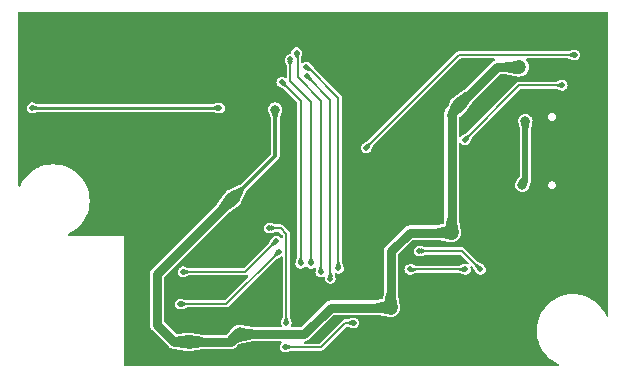
<source format=gbr>
%TF.GenerationSoftware,KiCad,Pcbnew,(7.0.0)*%
%TF.CreationDate,2023-03-01T10:12:44+08:00*%
%TF.ProjectId,DAP_Link_V0_1,4441505f-4c69-46e6-9b5f-56305f312e6b,rev?*%
%TF.SameCoordinates,Original*%
%TF.FileFunction,Copper,L2,Bot*%
%TF.FilePolarity,Positive*%
%FSLAX46Y46*%
G04 Gerber Fmt 4.6, Leading zero omitted, Abs format (unit mm)*
G04 Created by KiCad (PCBNEW (7.0.0)) date 2023-03-01 10:12:44*
%MOMM*%
%LPD*%
G01*
G04 APERTURE LIST*
%TA.AperFunction,ComponentPad*%
%ADD10O,2.100000X1.000000*%
%TD*%
%TA.AperFunction,ComponentPad*%
%ADD11O,1.600000X1.000000*%
%TD*%
%TA.AperFunction,ViaPad*%
%ADD12C,0.500000*%
%TD*%
%TA.AperFunction,ViaPad*%
%ADD13C,0.800000*%
%TD*%
%TA.AperFunction,ViaPad*%
%ADD14C,1.200000*%
%TD*%
%TA.AperFunction,Conductor*%
%ADD15C,0.200000*%
%TD*%
%TA.AperFunction,Conductor*%
%ADD16C,0.250000*%
%TD*%
%TA.AperFunction,Conductor*%
%ADD17C,0.800000*%
%TD*%
%TA.AperFunction,Conductor*%
%ADD18C,0.350000*%
%TD*%
%TA.AperFunction,Conductor*%
%ADD19C,0.500000*%
%TD*%
G04 APERTURE END LIST*
D10*
%TO.P,USB1,1,SHELL*%
%TO.N,GND*%
X126725999Y-70105999D03*
D11*
%TO.P,USB1,2,SHELL*%
X130905999Y-70105999D03*
D10*
%TO.P,USB1,3,SHELL*%
X126725999Y-61465999D03*
D11*
%TO.P,USB1,4,SHELL*%
X130905999Y-61465999D03*
%TD*%
D12*
%TO.N,GND*%
X121285000Y-73126600D03*
X120446800Y-73075800D03*
X102489000Y-66294000D03*
X101727000Y-66294000D03*
X100965000Y-66294000D03*
X100965000Y-67056000D03*
X100203000Y-67056000D03*
X95885000Y-68453000D03*
X95885000Y-67691000D03*
X95885000Y-67056000D03*
X95885000Y-66294000D03*
X96266000Y-65659000D03*
X97155000Y-65659000D03*
X117475000Y-70104000D03*
X117475000Y-70866000D03*
X116713000Y-70866000D03*
X117475000Y-71628000D03*
X116713000Y-71628000D03*
X115951000Y-71628000D03*
X111506000Y-76454000D03*
X110744000Y-76454000D03*
X109982000Y-76454000D03*
X111506000Y-75692000D03*
X110744000Y-75692000D03*
X109982000Y-75692000D03*
X111506000Y-74930000D03*
X110744000Y-74930000D03*
X109982000Y-74930000D03*
X111506000Y-74168000D03*
X110744000Y-74168000D03*
X109982000Y-74168000D03*
X111506000Y-73406000D03*
X110744000Y-73406000D03*
X109982000Y-73406000D03*
X111506000Y-72644000D03*
X110744000Y-72644000D03*
X109982000Y-72644000D03*
X114935000Y-77851000D03*
X114935000Y-78613000D03*
X115697000Y-78613000D03*
X113919000Y-83312000D03*
X115443000Y-83312000D03*
X114681000Y-83312000D03*
X115697000Y-79375000D03*
X114935000Y-79375000D03*
X119253000Y-83312000D03*
X120015000Y-83312000D03*
X120777000Y-83312000D03*
X121666000Y-83312000D03*
X122428000Y-83312000D03*
X124968000Y-79629000D03*
X124968000Y-81280000D03*
X124587000Y-77978000D03*
X126111000Y-78232000D03*
X125730000Y-83185000D03*
X124968000Y-83185000D03*
X124206000Y-83185000D03*
X130937000Y-73914000D03*
X130937000Y-74676000D03*
X130937000Y-75438000D03*
X130937000Y-76200000D03*
X130937000Y-76962000D03*
X130683000Y-77724000D03*
X129286000Y-56007000D03*
X128524000Y-56007000D03*
X127762000Y-56007000D03*
X127000000Y-56007000D03*
X126238000Y-56007000D03*
X129286000Y-56769000D03*
X128524000Y-56769000D03*
X127762000Y-56769000D03*
X127000000Y-56769000D03*
X126238000Y-56769000D03*
X123825000Y-65151000D03*
X123825000Y-64389000D03*
X117983000Y-61341000D03*
X118745000Y-60579000D03*
X119253000Y-59944000D03*
X119761000Y-59309000D03*
X111506000Y-70358000D03*
X110744000Y-70358000D03*
X111506000Y-69596000D03*
X110744000Y-69596000D03*
X111506000Y-68834000D03*
X110744000Y-68834000D03*
X109982000Y-68834000D03*
X109982000Y-69596000D03*
X109982000Y-70358000D03*
X104521000Y-69469000D03*
X103632000Y-69469000D03*
X104521000Y-70358000D03*
X103632000Y-70358000D03*
X104521000Y-71247000D03*
X103632000Y-71247000D03*
X103251000Y-76962000D03*
X103886000Y-76454000D03*
X103886000Y-75692000D03*
X102489000Y-77216000D03*
X102489000Y-77978000D03*
X101600000Y-77978000D03*
X102489000Y-78740000D03*
X101600000Y-78740000D03*
X100838000Y-78740000D03*
X100076000Y-74549000D03*
X100711000Y-74041000D03*
X98044000Y-80772000D03*
X97282000Y-80772000D03*
X96520000Y-80772000D03*
X95631000Y-80899000D03*
X95123000Y-78105000D03*
X92710000Y-75819000D03*
X91948000Y-75819000D03*
X92075000Y-73406000D03*
X92837000Y-73406000D03*
X93599000Y-73406000D03*
X91440000Y-70739000D03*
X91440000Y-69977000D03*
X91440000Y-69215000D03*
X92075000Y-68707000D03*
X92837000Y-68707000D03*
X93599000Y-68707000D03*
X95885000Y-71501000D03*
X94742000Y-72390000D03*
X95250000Y-73025000D03*
X95885000Y-72517000D03*
X121539000Y-70866000D03*
X121539000Y-69342000D03*
X121539000Y-67945000D03*
X119888000Y-67818000D03*
X119888000Y-68453000D03*
X119888000Y-69088000D03*
X119888000Y-69850000D03*
X119888000Y-70612000D03*
X122047000Y-76200000D03*
X122809000Y-76200000D03*
X123952000Y-76200000D03*
X123825000Y-71628000D03*
X124333000Y-72136000D03*
X124333000Y-72898000D03*
X124460000Y-74295000D03*
X125603000Y-74168000D03*
X124587000Y-76708000D03*
X124587000Y-75819000D03*
X96012000Y-58420000D03*
X96774000Y-59944000D03*
X96012000Y-59182000D03*
X98298000Y-59944000D03*
X96012000Y-60706000D03*
X97536000Y-60706000D03*
X97536000Y-59944000D03*
X98298000Y-59182000D03*
X97536000Y-59182000D03*
X96012000Y-59944000D03*
X98298000Y-58420000D03*
X98298000Y-60706000D03*
X97536000Y-58420000D03*
X96774000Y-60706000D03*
X96774000Y-59182000D03*
X96774000Y-58420000D03*
X93726000Y-59944000D03*
X94488000Y-59182000D03*
X92964000Y-60706000D03*
X92964000Y-59944000D03*
X95250000Y-59944000D03*
X95250000Y-58420000D03*
X93726000Y-59182000D03*
X94488000Y-60706000D03*
X95250000Y-59182000D03*
X95250000Y-60706000D03*
X94488000Y-59944000D03*
X92964000Y-59182000D03*
X93726000Y-60706000D03*
X94488000Y-58420000D03*
X92964000Y-58420000D03*
X93726000Y-58420000D03*
X91440000Y-60706000D03*
X92202000Y-59944000D03*
X90678000Y-60706000D03*
X92202000Y-60706000D03*
X89916000Y-60706000D03*
X91440000Y-59944000D03*
X89916000Y-59944000D03*
X90678000Y-59944000D03*
X92202000Y-59182000D03*
X91440000Y-59182000D03*
X90678000Y-59182000D03*
X89916000Y-59182000D03*
X92202000Y-58420000D03*
X91440000Y-58420000D03*
X90678000Y-58420000D03*
X89916000Y-58420000D03*
D13*
%TO.N,+3.3V*%
X103784400Y-62280800D03*
D14*
X96469200Y-81965800D03*
X100152200Y-69850000D03*
X100736400Y-81330800D03*
D12*
%TO.N,/KEY_CHE*%
X104721200Y-80343200D03*
X103301800Y-72313800D03*
%TO.N,/KEY_SEL*%
X110439200Y-80349500D03*
X104622600Y-82397600D03*
D14*
%TO.N,+3.3V*%
X113563400Y-79044800D03*
X118719600Y-72694800D03*
X119329200Y-61925200D03*
X124460000Y-58699400D03*
D12*
%TO.N,/SWCLK*%
X129159000Y-57658000D03*
X111480600Y-65506600D03*
%TO.N,/SWDIO*%
X128092200Y-60223400D03*
X119849900Y-64833500D03*
%TO.N,/TX*%
X95758000Y-78740000D03*
X104076500Y-74307700D03*
%TO.N,/RX*%
X95986600Y-76022200D03*
X103886000Y-73406000D03*
%TO.N,/OLED_MOSI*%
X107645200Y-76047600D03*
%TO.N,/OLED_SCK*%
X106832400Y-75311000D03*
%TO.N,/OLED_DC*%
X109143800Y-75717400D03*
%TO.N,/OLED_RES*%
X108450000Y-76589000D03*
%TO.N,/OLED_CS*%
X105943400Y-75311000D03*
X104343200Y-59985500D03*
%TO.N,/OLED_RES*%
X106451400Y-59436000D03*
%TO.N,/OLED_DC*%
X106400600Y-58674000D03*
%TO.N,/OLED_SCK*%
X105054400Y-58042000D03*
%TO.N,/OLED_MOSI*%
X105600500Y-57467500D03*
%TO.N,Net-(OLED1-C1N)*%
X83210400Y-62128400D03*
X99060000Y-62153800D03*
%TO.N,/FLASH_CS*%
X121158000Y-75819000D03*
X116001800Y-74257500D03*
%TO.N,/FLASH_MISO*%
X119888000Y-75819000D03*
X115189000Y-75819000D03*
D13*
%TO.N,VBUS*%
X124714000Y-68658000D03*
X124968000Y-63246000D03*
%TD*%
D15*
%TO.N,/RX*%
X101269800Y-76022200D02*
X95986600Y-76022200D01*
X103886000Y-73406000D02*
X101269800Y-76022200D01*
D16*
%TO.N,Net-(OLED1-C1N)*%
X83235800Y-62153800D02*
X83210400Y-62128400D01*
X99060000Y-62153800D02*
X83235800Y-62153800D01*
D15*
%TO.N,/TX*%
X99644200Y-78740000D02*
X104076500Y-74307700D01*
X95758000Y-78740000D02*
X99644200Y-78740000D01*
D17*
%TO.N,+3.3V*%
X93802200Y-76200000D02*
X100152200Y-69850000D01*
X95250000Y-81965800D02*
X93802200Y-80518000D01*
X93802200Y-80518000D02*
X93802200Y-76200000D01*
X96469200Y-81965800D02*
X95250000Y-81965800D01*
X100660200Y-81330800D02*
X100736400Y-81330800D01*
X100025200Y-81965800D02*
X100660200Y-81330800D01*
X96469200Y-81965800D02*
X100025200Y-81965800D01*
X106222800Y-81305400D02*
X108483400Y-79044800D01*
X100761800Y-81305400D02*
X106222800Y-81305400D01*
X100736400Y-81330800D02*
X100761800Y-81305400D01*
X108483400Y-79044800D02*
X113563400Y-79044800D01*
D15*
%TO.N,/OLED_DC*%
X106553000Y-58674000D02*
X106400600Y-58674000D01*
X109143800Y-75717400D02*
X109143800Y-61264800D01*
X109143800Y-61264800D02*
X106553000Y-58674000D01*
%TO.N,/OLED_RES*%
X108458000Y-61442600D02*
X106451400Y-59436000D01*
X108450000Y-76589000D02*
X108458000Y-76581000D01*
X108458000Y-76581000D02*
X108458000Y-61442600D01*
%TO.N,/OLED_SCK*%
X106832400Y-61620400D02*
X106832400Y-75311000D01*
X105054400Y-59842400D02*
X106832400Y-61620400D01*
X105054400Y-58042000D02*
X105054400Y-59842400D01*
%TO.N,/OLED_CS*%
X105943400Y-61569600D02*
X105943400Y-75311000D01*
X104359300Y-59985500D02*
X105943400Y-61569600D01*
X104343200Y-59985500D02*
X104359300Y-59985500D01*
%TO.N,/OLED_MOSI*%
X107645200Y-61518800D02*
X107645200Y-76047600D01*
X105689400Y-57556400D02*
X105689400Y-59563000D01*
X105689400Y-59563000D02*
X107645200Y-61518800D01*
X105600500Y-57467500D02*
X105689400Y-57556400D01*
%TO.N,/KEY_CHE*%
X104241600Y-72313800D02*
X103301800Y-72313800D01*
X104724200Y-80340200D02*
X104724200Y-72796400D01*
X104721200Y-80343200D02*
X104724200Y-80340200D01*
X104724200Y-72796400D02*
X104241600Y-72313800D01*
D18*
%TO.N,+3.3V*%
X103784400Y-66217800D02*
X103784400Y-62280800D01*
X100152200Y-69850000D02*
X103784400Y-66217800D01*
D15*
%TO.N,/KEY_SEL*%
X107670600Y-82397600D02*
X104622600Y-82397600D01*
X109718700Y-80349500D02*
X107670600Y-82397600D01*
X110439200Y-80349500D02*
X109718700Y-80349500D01*
%TO.N,/FLASH_CS*%
X119596500Y-74257500D02*
X121158000Y-75819000D01*
X116001800Y-74257500D02*
X119596500Y-74257500D01*
D17*
%TO.N,+3.3V*%
X113563400Y-74300018D02*
X113563400Y-79044800D01*
X115168618Y-72694800D02*
X113563400Y-74300018D01*
X118719600Y-72694800D02*
X115168618Y-72694800D01*
X118719600Y-62534800D02*
X119329200Y-61925200D01*
X118719600Y-72694800D02*
X118719600Y-62534800D01*
D15*
%TO.N,/SWDIO*%
X119849900Y-64833500D02*
X124460000Y-60223400D01*
X124460000Y-60223400D02*
X128092200Y-60223400D01*
D17*
%TO.N,+3.3V*%
X122555000Y-58699400D02*
X119329200Y-61925200D01*
X124460000Y-58699400D02*
X122555000Y-58699400D01*
D15*
%TO.N,/SWCLK*%
X129159000Y-57658000D02*
X119329200Y-57658000D01*
X119329200Y-57658000D02*
X111480600Y-65506600D01*
%TO.N,/FLASH_MISO*%
X115189000Y-75819000D02*
X119888000Y-75819000D01*
D19*
%TO.N,VBUS*%
X124968000Y-68404000D02*
X124968000Y-63246000D01*
X124714000Y-68658000D02*
X124968000Y-68404000D01*
%TD*%
%TA.AperFunction,Conductor*%
%TO.N,GND*%
G36*
X131950000Y-54013763D02*
G01*
X131986237Y-54050000D01*
X131999500Y-54099500D01*
X131999500Y-79707058D01*
X131984911Y-79758785D01*
X131945445Y-79795268D01*
X131892732Y-79805753D01*
X131842309Y-79787151D01*
X131809036Y-79744943D01*
X131776363Y-79666064D01*
X131775296Y-79663488D01*
X131767362Y-79649133D01*
X131680317Y-79491636D01*
X131608204Y-79361157D01*
X131408311Y-79079436D01*
X131178134Y-78821866D01*
X130920564Y-78591689D01*
X130791873Y-78500377D01*
X130641113Y-78393406D01*
X130641104Y-78393400D01*
X130638843Y-78391796D01*
X130566731Y-78351941D01*
X130338949Y-78226050D01*
X130338936Y-78226044D01*
X130336512Y-78224704D01*
X130333941Y-78223639D01*
X130019944Y-78093577D01*
X130019935Y-78093574D01*
X130017374Y-78092513D01*
X130014705Y-78091744D01*
X130014702Y-78091743D01*
X129688109Y-77997653D01*
X129688098Y-77997650D01*
X129685441Y-77996885D01*
X129622178Y-77986136D01*
X129347639Y-77939490D01*
X129347634Y-77939489D01*
X129344889Y-77939023D01*
X129342112Y-77938867D01*
X129342103Y-77938866D01*
X129002778Y-77919810D01*
X129000000Y-77919654D01*
X128997222Y-77919810D01*
X128657896Y-77938866D01*
X128657885Y-77938867D01*
X128655111Y-77939023D01*
X128652367Y-77939489D01*
X128652360Y-77939490D01*
X128317301Y-77996419D01*
X128317298Y-77996419D01*
X128314559Y-77996885D01*
X128311905Y-77997649D01*
X128311890Y-77997653D01*
X127985297Y-78091743D01*
X127985288Y-78091745D01*
X127982626Y-78092513D01*
X127980069Y-78093571D01*
X127980055Y-78093577D01*
X127666058Y-78223639D01*
X127666050Y-78223642D01*
X127663488Y-78224704D01*
X127661070Y-78226040D01*
X127661050Y-78226050D01*
X127363593Y-78390449D01*
X127363584Y-78390454D01*
X127361157Y-78391796D01*
X127358902Y-78393395D01*
X127358886Y-78393406D01*
X127081696Y-78590085D01*
X127081691Y-78590088D01*
X127079436Y-78591689D01*
X127077374Y-78593530D01*
X127077371Y-78593534D01*
X126823944Y-78820008D01*
X126823934Y-78820017D01*
X126821866Y-78821866D01*
X126820017Y-78823934D01*
X126820008Y-78823944D01*
X126593534Y-79077371D01*
X126591689Y-79079436D01*
X126590088Y-79081691D01*
X126590085Y-79081696D01*
X126393406Y-79358886D01*
X126393395Y-79358902D01*
X126391796Y-79361157D01*
X126390454Y-79363584D01*
X126390449Y-79363593D01*
X126226050Y-79661050D01*
X126226040Y-79661070D01*
X126224704Y-79663488D01*
X126223642Y-79666050D01*
X126223639Y-79666058D01*
X126093577Y-79980055D01*
X126093571Y-79980069D01*
X126092513Y-79982626D01*
X126091745Y-79985288D01*
X126091743Y-79985297D01*
X125997653Y-80311890D01*
X125997649Y-80311905D01*
X125996885Y-80314559D01*
X125996419Y-80317298D01*
X125996419Y-80317301D01*
X125947033Y-80607970D01*
X125939023Y-80655111D01*
X125938867Y-80657885D01*
X125938866Y-80657896D01*
X125921313Y-80970451D01*
X125919654Y-81000000D01*
X125919810Y-81002778D01*
X125938866Y-81342103D01*
X125938867Y-81342112D01*
X125939023Y-81344889D01*
X125939489Y-81347634D01*
X125939490Y-81347639D01*
X125986136Y-81622178D01*
X125996885Y-81685441D01*
X125997650Y-81688098D01*
X125997653Y-81688109D01*
X126091743Y-82014702D01*
X126092513Y-82017374D01*
X126093574Y-82019935D01*
X126093577Y-82019944D01*
X126209098Y-82298836D01*
X126224704Y-82336512D01*
X126226044Y-82338936D01*
X126226050Y-82338949D01*
X126376773Y-82611661D01*
X126391796Y-82638843D01*
X126393400Y-82641104D01*
X126393406Y-82641113D01*
X126482187Y-82766237D01*
X126591689Y-82920564D01*
X126821866Y-83178134D01*
X127079436Y-83408311D01*
X127249148Y-83528729D01*
X127358886Y-83606593D01*
X127358890Y-83606595D01*
X127361157Y-83608204D01*
X127491636Y-83680317D01*
X127661050Y-83773949D01*
X127661056Y-83773951D01*
X127663488Y-83775296D01*
X127666064Y-83776363D01*
X127744943Y-83809036D01*
X127787151Y-83842309D01*
X127805753Y-83892732D01*
X127795268Y-83945445D01*
X127758785Y-83984911D01*
X127707058Y-83999500D01*
X91099500Y-83999500D01*
X91050000Y-83986237D01*
X91013763Y-83950000D01*
X91000500Y-83900500D01*
X91000500Y-80518000D01*
X93196518Y-80518000D01*
X93197365Y-80524434D01*
X93203754Y-80572965D01*
X93216308Y-80668325D01*
X93216309Y-80668328D01*
X93217156Y-80674762D01*
X93219639Y-80680758D01*
X93219640Y-80680759D01*
X93270700Y-80804030D01*
X93277664Y-80820841D01*
X93281613Y-80825988D01*
X93281614Y-80825989D01*
X93306626Y-80858586D01*
X93373918Y-80946282D01*
X93379070Y-80950235D01*
X93400263Y-80966497D01*
X93410000Y-80975035D01*
X94792964Y-82357999D01*
X94801502Y-82367736D01*
X94821718Y-82394082D01*
X94918131Y-82468062D01*
X94947159Y-82490336D01*
X95093238Y-82550844D01*
X95250000Y-82571482D01*
X95250094Y-82571469D01*
X95256277Y-82571980D01*
X96243848Y-82736575D01*
X96260269Y-82740784D01*
X96284697Y-82749332D01*
X96284700Y-82749332D01*
X96289945Y-82751168D01*
X96295464Y-82751789D01*
X96295465Y-82751790D01*
X96306124Y-82752990D01*
X96415336Y-82765295D01*
X96416973Y-82765524D01*
X96418261Y-82765644D01*
X96421815Y-82766237D01*
X96422869Y-82766258D01*
X96424059Y-82766702D01*
X96424107Y-82766284D01*
X96469200Y-82771365D01*
X96514293Y-82766284D01*
X96514340Y-82766709D01*
X96515540Y-82766258D01*
X96516584Y-82766237D01*
X96520119Y-82765647D01*
X96521413Y-82765527D01*
X96523097Y-82765292D01*
X96523106Y-82765291D01*
X96648455Y-82751168D01*
X96678131Y-82740783D01*
X96694551Y-82736575D01*
X97693208Y-82570133D01*
X97695584Y-82569290D01*
X97719099Y-82566300D01*
X99979351Y-82566300D01*
X99992272Y-82567146D01*
X100025200Y-82571482D01*
X100181962Y-82550844D01*
X100328041Y-82490336D01*
X100357069Y-82468062D01*
X100453482Y-82394082D01*
X100473705Y-82367724D01*
X100482228Y-82358005D01*
X100558587Y-82281646D01*
X100591188Y-82259989D01*
X101004460Y-82091383D01*
X101023492Y-82085769D01*
X101959908Y-81909136D01*
X101959913Y-81909164D01*
X101983689Y-81905900D01*
X104235782Y-81905900D01*
X104289305Y-81921616D01*
X104325835Y-81963774D01*
X104333774Y-82018989D01*
X104310602Y-82069731D01*
X104244352Y-82146188D01*
X104244349Y-82146191D01*
X104239718Y-82151537D01*
X104236779Y-82157972D01*
X104236776Y-82157977D01*
X104188846Y-82262928D01*
X104188844Y-82262933D01*
X104185903Y-82269374D01*
X104184895Y-82276382D01*
X104184894Y-82276387D01*
X104168714Y-82388928D01*
X104167467Y-82397600D01*
X104168475Y-82404611D01*
X104184894Y-82518812D01*
X104184895Y-82518815D01*
X104185903Y-82525826D01*
X104188845Y-82532268D01*
X104188846Y-82532271D01*
X104236403Y-82636406D01*
X104239718Y-82643663D01*
X104244352Y-82649011D01*
X104287709Y-82699049D01*
X104324551Y-82741567D01*
X104433531Y-82811604D01*
X104557828Y-82848100D01*
X104680295Y-82848100D01*
X104687372Y-82848100D01*
X104764231Y-82825532D01*
X104779558Y-82822323D01*
X104787265Y-82821337D01*
X104787264Y-82821337D01*
X104791838Y-82820752D01*
X105155615Y-82702918D01*
X105186123Y-82698100D01*
X107617402Y-82698100D01*
X107622674Y-82698465D01*
X107628365Y-82700373D01*
X107675241Y-82698206D01*
X107679814Y-82698100D01*
X107693865Y-82698100D01*
X107698444Y-82698100D01*
X107702944Y-82697258D01*
X107707507Y-82696835D01*
X107707526Y-82697046D01*
X107712172Y-82696498D01*
X107740592Y-82695185D01*
X107749580Y-82691215D01*
X107771378Y-82684465D01*
X107781033Y-82682661D01*
X107805217Y-82667686D01*
X107817338Y-82661298D01*
X107824424Y-82658168D01*
X107843365Y-82649806D01*
X107850313Y-82642857D01*
X107868196Y-82628692D01*
X107876552Y-82623519D01*
X107893696Y-82600815D01*
X107902682Y-82590487D01*
X109812096Y-80681074D01*
X109858943Y-80654826D01*
X109912605Y-80656898D01*
X109923682Y-80660486D01*
X110269961Y-80772652D01*
X110282242Y-80774223D01*
X110297571Y-80777432D01*
X110374428Y-80800000D01*
X110496894Y-80800000D01*
X110503972Y-80800000D01*
X110628269Y-80763504D01*
X110737249Y-80693467D01*
X110822082Y-80595563D01*
X110875897Y-80477726D01*
X110894333Y-80349500D01*
X110875897Y-80221274D01*
X110822082Y-80103437D01*
X110774821Y-80048894D01*
X110741884Y-80010882D01*
X110741883Y-80010881D01*
X110737249Y-80005533D01*
X110701605Y-79982626D01*
X110634226Y-79939324D01*
X110634224Y-79939323D01*
X110628269Y-79935496D01*
X110621475Y-79933501D01*
X110510763Y-79900994D01*
X110503972Y-79899000D01*
X110374428Y-79899000D01*
X110367638Y-79900993D01*
X110367635Y-79900994D01*
X110297570Y-79921566D01*
X110282253Y-79924774D01*
X110274539Y-79925761D01*
X110274526Y-79925763D01*
X110269962Y-79926348D01*
X110265583Y-79927766D01*
X110265576Y-79927768D01*
X109906187Y-80044182D01*
X109875679Y-80049000D01*
X109771899Y-80049000D01*
X109766626Y-80048634D01*
X109760936Y-80046727D01*
X109751772Y-80047150D01*
X109751768Y-80047150D01*
X109714059Y-80048894D01*
X109709487Y-80049000D01*
X109690856Y-80049000D01*
X109686356Y-80049840D01*
X109681801Y-80050263D01*
X109681783Y-80050071D01*
X109677121Y-80050601D01*
X109657873Y-80051491D01*
X109657871Y-80051491D01*
X109648709Y-80051915D01*
X109640323Y-80055617D01*
X109640316Y-80055619D01*
X109639712Y-80055887D01*
X109617928Y-80062632D01*
X109617287Y-80062751D01*
X109617279Y-80062754D01*
X109608267Y-80064439D01*
X109600471Y-80069265D01*
X109600465Y-80069268D01*
X109584082Y-80079412D01*
X109571958Y-80085803D01*
X109554324Y-80093589D01*
X109554320Y-80093591D01*
X109545935Y-80097294D01*
X109539452Y-80103776D01*
X109539444Y-80103782D01*
X109538978Y-80104249D01*
X109521113Y-80118399D01*
X109520552Y-80118746D01*
X109520543Y-80118754D01*
X109512748Y-80123581D01*
X109507224Y-80130895D01*
X109507217Y-80130902D01*
X109495606Y-80146278D01*
X109486609Y-80156618D01*
X107575125Y-82068104D01*
X107543007Y-82089564D01*
X107505121Y-82097100D01*
X106320301Y-82097100D01*
X106264227Y-82079688D01*
X106227877Y-82033578D01*
X106224036Y-81974989D01*
X106254057Y-81924529D01*
X106307379Y-81899947D01*
X106379562Y-81890444D01*
X106525641Y-81829936D01*
X106535865Y-81822091D01*
X106651082Y-81733682D01*
X106671305Y-81707324D01*
X106679828Y-81697605D01*
X108703138Y-79674296D01*
X108735257Y-79652836D01*
X108773143Y-79645300D01*
X112313500Y-79645300D01*
X112337014Y-79648290D01*
X112339391Y-79649133D01*
X113216204Y-79795268D01*
X113338046Y-79815575D01*
X113354469Y-79819784D01*
X113378897Y-79828332D01*
X113378900Y-79828332D01*
X113384145Y-79830168D01*
X113389664Y-79830789D01*
X113389665Y-79830790D01*
X113400324Y-79831990D01*
X113509536Y-79844295D01*
X113511173Y-79844524D01*
X113512461Y-79844644D01*
X113516015Y-79845237D01*
X113517069Y-79845258D01*
X113518259Y-79845702D01*
X113518307Y-79845284D01*
X113563400Y-79850365D01*
X113742655Y-79830168D01*
X113912922Y-79770589D01*
X114065662Y-79674616D01*
X114193216Y-79547062D01*
X114289189Y-79394322D01*
X114348768Y-79224055D01*
X114368965Y-79044800D01*
X114363884Y-78999707D01*
X114364302Y-78999659D01*
X114363858Y-78998469D01*
X114363837Y-78997415D01*
X114363244Y-78993861D01*
X114363124Y-78992573D01*
X114362895Y-78990936D01*
X114348768Y-78865545D01*
X114338384Y-78835869D01*
X114334175Y-78819446D01*
X114306104Y-78651021D01*
X114167734Y-77820793D01*
X114166890Y-77818414D01*
X114163900Y-77794898D01*
X114163900Y-75819000D01*
X114733867Y-75819000D01*
X114734875Y-75826011D01*
X114751294Y-75940212D01*
X114751295Y-75940215D01*
X114752303Y-75947226D01*
X114755245Y-75953668D01*
X114755246Y-75953671D01*
X114801986Y-76056017D01*
X114806118Y-76065063D01*
X114890951Y-76162967D01*
X114999931Y-76233004D01*
X115124228Y-76269500D01*
X115246695Y-76269500D01*
X115253772Y-76269500D01*
X115330631Y-76246932D01*
X115345958Y-76243723D01*
X115353665Y-76242737D01*
X115353664Y-76242737D01*
X115358238Y-76242152D01*
X115722015Y-76124318D01*
X115752523Y-76119500D01*
X119324477Y-76119500D01*
X119354984Y-76124318D01*
X119718761Y-76242152D01*
X119731042Y-76243723D01*
X119746371Y-76246932D01*
X119823228Y-76269500D01*
X119945694Y-76269500D01*
X119952772Y-76269500D01*
X120077069Y-76233004D01*
X120186049Y-76162967D01*
X120270882Y-76065063D01*
X120324697Y-75947226D01*
X120343133Y-75819000D01*
X120324697Y-75690774D01*
X120317199Y-75674357D01*
X120309068Y-75620545D01*
X120330611Y-75570564D01*
X120375317Y-75539523D01*
X120429675Y-75536804D01*
X120477256Y-75563227D01*
X120547043Y-75633014D01*
X120565208Y-75657993D01*
X120717912Y-75957022D01*
X120739117Y-75998545D01*
X120745873Y-76007284D01*
X120757599Y-76026703D01*
X120761310Y-76034830D01*
X120775118Y-76065063D01*
X120859951Y-76162967D01*
X120968931Y-76233004D01*
X121093228Y-76269500D01*
X121215694Y-76269500D01*
X121222772Y-76269500D01*
X121347069Y-76233004D01*
X121456049Y-76162967D01*
X121540882Y-76065063D01*
X121594697Y-75947226D01*
X121613133Y-75819000D01*
X121594697Y-75690774D01*
X121540882Y-75572937D01*
X121493713Y-75518500D01*
X121460684Y-75480382D01*
X121460683Y-75480381D01*
X121456049Y-75475033D01*
X121347069Y-75404996D01*
X121343645Y-75403990D01*
X121339997Y-75402012D01*
X121337545Y-75400117D01*
X121332226Y-75397401D01*
X120996995Y-75226209D01*
X120972016Y-75208044D01*
X119846602Y-74082631D01*
X119843132Y-74078643D01*
X119840458Y-74073272D01*
X119805774Y-74041653D01*
X119802466Y-74038495D01*
X119792529Y-74028558D01*
X119789297Y-74025326D01*
X119785523Y-74022740D01*
X119782005Y-74019819D01*
X119782133Y-74019664D01*
X119778461Y-74016753D01*
X119757433Y-73997584D01*
X119748880Y-73994270D01*
X119748878Y-73994269D01*
X119748265Y-73994032D01*
X119728086Y-73983395D01*
X119727552Y-73983029D01*
X119727547Y-73983027D01*
X119719981Y-73977844D01*
X119711053Y-73975744D01*
X119711051Y-73975743D01*
X119692296Y-73971332D01*
X119679203Y-73967277D01*
X119661226Y-73960313D01*
X119661223Y-73960312D01*
X119652673Y-73957000D01*
X119643502Y-73957000D01*
X119642848Y-73957000D01*
X119620182Y-73954370D01*
X119619549Y-73954221D01*
X119619546Y-73954220D01*
X119610619Y-73952121D01*
X119601536Y-73953388D01*
X119582447Y-73956051D01*
X119568769Y-73957000D01*
X116565321Y-73957000D01*
X116534813Y-73952182D01*
X116429566Y-73918090D01*
X116429565Y-73918090D01*
X116429565Y-73918089D01*
X116429562Y-73918088D01*
X116429558Y-73918086D01*
X116175418Y-73835766D01*
X116175417Y-73835765D01*
X116171037Y-73834347D01*
X116166474Y-73833763D01*
X116166469Y-73833762D01*
X116159880Y-73832919D01*
X116158749Y-73832774D01*
X116143427Y-73829566D01*
X116073363Y-73808994D01*
X116066572Y-73807000D01*
X115937028Y-73807000D01*
X115930237Y-73808993D01*
X115930236Y-73808994D01*
X115819524Y-73841501D01*
X115819521Y-73841502D01*
X115812731Y-73843496D01*
X115806778Y-73847321D01*
X115806773Y-73847324D01*
X115709708Y-73909704D01*
X115709704Y-73909706D01*
X115703751Y-73913533D01*
X115699119Y-73918878D01*
X115699115Y-73918882D01*
X115623552Y-74006088D01*
X115623549Y-74006091D01*
X115618918Y-74011437D01*
X115615979Y-74017872D01*
X115615976Y-74017877D01*
X115568046Y-74122828D01*
X115568044Y-74122833D01*
X115565103Y-74129274D01*
X115564095Y-74136282D01*
X115564094Y-74136287D01*
X115562167Y-74149691D01*
X115546667Y-74257500D01*
X115547675Y-74264511D01*
X115564094Y-74378712D01*
X115564095Y-74378715D01*
X115565103Y-74385726D01*
X115568045Y-74392168D01*
X115568046Y-74392171D01*
X115609358Y-74482631D01*
X115618918Y-74503563D01*
X115703751Y-74601467D01*
X115812731Y-74671504D01*
X115937028Y-74708000D01*
X116059495Y-74708000D01*
X116066572Y-74708000D01*
X116143431Y-74685432D01*
X116158758Y-74682223D01*
X116166465Y-74681237D01*
X116166464Y-74681237D01*
X116171038Y-74680652D01*
X116534815Y-74562818D01*
X116565323Y-74558000D01*
X119431021Y-74558000D01*
X119468907Y-74565536D01*
X119501025Y-74586996D01*
X120145329Y-75231300D01*
X120171072Y-75276136D01*
X120170704Y-75327836D01*
X120144322Y-75372300D01*
X120099124Y-75397401D01*
X120047435Y-75396294D01*
X119959565Y-75370494D01*
X119959561Y-75370493D01*
X119952772Y-75368500D01*
X119823228Y-75368500D01*
X119816438Y-75370493D01*
X119816435Y-75370494D01*
X119746370Y-75391066D01*
X119731053Y-75394274D01*
X119723339Y-75395261D01*
X119723326Y-75395263D01*
X119718762Y-75395848D01*
X119714383Y-75397266D01*
X119714376Y-75397268D01*
X119354987Y-75513682D01*
X119324479Y-75518500D01*
X115752521Y-75518500D01*
X115722013Y-75513682D01*
X115616766Y-75479590D01*
X115616765Y-75479590D01*
X115616765Y-75479589D01*
X115616762Y-75479588D01*
X115616758Y-75479586D01*
X115362618Y-75397266D01*
X115362617Y-75397265D01*
X115358237Y-75395847D01*
X115353674Y-75395263D01*
X115353669Y-75395262D01*
X115347080Y-75394419D01*
X115345949Y-75394274D01*
X115330627Y-75391066D01*
X115260563Y-75370494D01*
X115253772Y-75368500D01*
X115124228Y-75368500D01*
X115117437Y-75370493D01*
X115117436Y-75370494D01*
X115006724Y-75403001D01*
X115006721Y-75403002D01*
X114999931Y-75404996D01*
X114993978Y-75408821D01*
X114993973Y-75408824D01*
X114896908Y-75471204D01*
X114896904Y-75471206D01*
X114890951Y-75475033D01*
X114886319Y-75480378D01*
X114886315Y-75480382D01*
X114810752Y-75567588D01*
X114810749Y-75567591D01*
X114806118Y-75572937D01*
X114803179Y-75579372D01*
X114803176Y-75579377D01*
X114755246Y-75684328D01*
X114755245Y-75684331D01*
X114752303Y-75690774D01*
X114751295Y-75697782D01*
X114751294Y-75697787D01*
X114734875Y-75811989D01*
X114733867Y-75819000D01*
X114163900Y-75819000D01*
X114163900Y-74589761D01*
X114171436Y-74551875D01*
X114192896Y-74519757D01*
X115388357Y-73324296D01*
X115420475Y-73302836D01*
X115458361Y-73295300D01*
X117469700Y-73295300D01*
X117493214Y-73298290D01*
X117495591Y-73299133D01*
X117666238Y-73327574D01*
X118494246Y-73465575D01*
X118510669Y-73469784D01*
X118535097Y-73478332D01*
X118535100Y-73478332D01*
X118540345Y-73480168D01*
X118545864Y-73480789D01*
X118545865Y-73480790D01*
X118556524Y-73481990D01*
X118665736Y-73494295D01*
X118667373Y-73494524D01*
X118668661Y-73494644D01*
X118672215Y-73495237D01*
X118673269Y-73495258D01*
X118674459Y-73495702D01*
X118674507Y-73495284D01*
X118719600Y-73500365D01*
X118898855Y-73480168D01*
X119069122Y-73420589D01*
X119221862Y-73324616D01*
X119349416Y-73197062D01*
X119445389Y-73044322D01*
X119504968Y-72874055D01*
X119525165Y-72694800D01*
X119520084Y-72649707D01*
X119520502Y-72649659D01*
X119520058Y-72648469D01*
X119520037Y-72647415D01*
X119519444Y-72643861D01*
X119519324Y-72642573D01*
X119519095Y-72640936D01*
X119504968Y-72515545D01*
X119494584Y-72485869D01*
X119490375Y-72469446D01*
X119462568Y-72302601D01*
X119323934Y-71470793D01*
X119323090Y-71468414D01*
X119320100Y-71444898D01*
X119320100Y-68658000D01*
X124108318Y-68658000D01*
X124109165Y-68664434D01*
X124128108Y-68808326D01*
X124128109Y-68808331D01*
X124128956Y-68814762D01*
X124131439Y-68820758D01*
X124131440Y-68820759D01*
X124159480Y-68888455D01*
X124189464Y-68960841D01*
X124193413Y-68965988D01*
X124193414Y-68965989D01*
X124262743Y-69056341D01*
X124285718Y-69086282D01*
X124411159Y-69182536D01*
X124557238Y-69243044D01*
X124714000Y-69263682D01*
X124870762Y-69243044D01*
X125016841Y-69182536D01*
X125142282Y-69086282D01*
X125238536Y-68960841D01*
X125299044Y-68814762D01*
X125311726Y-68718424D01*
X125327922Y-68676000D01*
X126895479Y-68676000D01*
X126896983Y-68684530D01*
X126913907Y-68780515D01*
X126913908Y-68780519D01*
X126915412Y-68789045D01*
X126919740Y-68796541D01*
X126919741Y-68796544D01*
X126933722Y-68820759D01*
X126972806Y-68888455D01*
X126979438Y-68894020D01*
X126979439Y-68894021D01*
X127054104Y-68956673D01*
X127054105Y-68956674D01*
X127060739Y-68962240D01*
X127168606Y-69001500D01*
X127274734Y-69001500D01*
X127283394Y-69001500D01*
X127391261Y-68962240D01*
X127479194Y-68888455D01*
X127536588Y-68789045D01*
X127551045Y-68707058D01*
X127555017Y-68684530D01*
X127556521Y-68676000D01*
X127554768Y-68666058D01*
X127538092Y-68571484D01*
X127538091Y-68571483D01*
X127536588Y-68562955D01*
X127479194Y-68463545D01*
X127472560Y-68457978D01*
X127397895Y-68395326D01*
X127397892Y-68395324D01*
X127391261Y-68389760D01*
X127383125Y-68386799D01*
X127383124Y-68386798D01*
X127291530Y-68353461D01*
X127291528Y-68353460D01*
X127283394Y-68350500D01*
X127168606Y-68350500D01*
X127160472Y-68353460D01*
X127160469Y-68353461D01*
X127068879Y-68386797D01*
X127068875Y-68386798D01*
X127060740Y-68389760D01*
X127054106Y-68395326D01*
X127054105Y-68395327D01*
X126979437Y-68457980D01*
X126979434Y-68457983D01*
X126972806Y-68463545D01*
X126968479Y-68471039D01*
X126968477Y-68471042D01*
X126919741Y-68555455D01*
X126919739Y-68555460D01*
X126915412Y-68562955D01*
X126913909Y-68571478D01*
X126913907Y-68571484D01*
X126897232Y-68666058D01*
X126895479Y-68676000D01*
X125327922Y-68676000D01*
X125328083Y-68675577D01*
X125334446Y-68666243D01*
X125336559Y-68663265D01*
X125370793Y-68616882D01*
X125373100Y-68610286D01*
X125374529Y-68607454D01*
X125378472Y-68601673D01*
X125395485Y-68546515D01*
X125396590Y-68543156D01*
X125415646Y-68488700D01*
X125415907Y-68481714D01*
X125416440Y-68478577D01*
X125418500Y-68471902D01*
X125418500Y-68414285D01*
X125418569Y-68410583D01*
X125420418Y-68361157D01*
X125420724Y-68352990D01*
X125419005Y-68346577D01*
X125418500Y-68337565D01*
X125418500Y-68010292D01*
X125418779Y-68002888D01*
X125419295Y-67999410D01*
X125419520Y-67940751D01*
X125419026Y-67937234D01*
X125418787Y-67933700D01*
X125418996Y-67933685D01*
X125418500Y-67926570D01*
X125418500Y-64098216D01*
X125421767Y-64074333D01*
X125421770Y-64074327D01*
X125541359Y-63436510D01*
X125547200Y-63416870D01*
X125550561Y-63408757D01*
X125550562Y-63408753D01*
X125553044Y-63402762D01*
X125565320Y-63309509D01*
X125566169Y-63304189D01*
X125567388Y-63297691D01*
X125567529Y-63294068D01*
X125567936Y-63290465D01*
X125567958Y-63290467D01*
X125568197Y-63287655D01*
X125573682Y-63246000D01*
X125553044Y-63089238D01*
X125492536Y-62943159D01*
X125456350Y-62896000D01*
X126895479Y-62896000D01*
X126896983Y-62904530D01*
X126913907Y-63000515D01*
X126913908Y-63000519D01*
X126915412Y-63009045D01*
X126919740Y-63016541D01*
X126919741Y-63016544D01*
X126921915Y-63020309D01*
X126972806Y-63108455D01*
X126979438Y-63114020D01*
X126979439Y-63114021D01*
X127054104Y-63176673D01*
X127054105Y-63176674D01*
X127060739Y-63182240D01*
X127168606Y-63221500D01*
X127274734Y-63221500D01*
X127283394Y-63221500D01*
X127391261Y-63182240D01*
X127479194Y-63108455D01*
X127536588Y-63009045D01*
X127556521Y-62896000D01*
X127536588Y-62782955D01*
X127479194Y-62683545D01*
X127452274Y-62660956D01*
X127397895Y-62615326D01*
X127397892Y-62615324D01*
X127391261Y-62609760D01*
X127383125Y-62606799D01*
X127383124Y-62606798D01*
X127291530Y-62573461D01*
X127291528Y-62573460D01*
X127283394Y-62570500D01*
X127168606Y-62570500D01*
X127160472Y-62573460D01*
X127160469Y-62573461D01*
X127068879Y-62606797D01*
X127068875Y-62606798D01*
X127060740Y-62609760D01*
X127054106Y-62615326D01*
X127054105Y-62615327D01*
X126979437Y-62677980D01*
X126979434Y-62677983D01*
X126972806Y-62683545D01*
X126968479Y-62691039D01*
X126968477Y-62691042D01*
X126919741Y-62775455D01*
X126919739Y-62775460D01*
X126915412Y-62782955D01*
X126913909Y-62791478D01*
X126913907Y-62791484D01*
X126896983Y-62887470D01*
X126895479Y-62896000D01*
X125456350Y-62896000D01*
X125396282Y-62817718D01*
X125270841Y-62721464D01*
X125264847Y-62718981D01*
X125264845Y-62718980D01*
X125130759Y-62663440D01*
X125130758Y-62663439D01*
X125124762Y-62660956D01*
X125118331Y-62660109D01*
X125118326Y-62660108D01*
X124974434Y-62641165D01*
X124968000Y-62640318D01*
X124961566Y-62641165D01*
X124817673Y-62660108D01*
X124817666Y-62660109D01*
X124811238Y-62660956D01*
X124805243Y-62663439D01*
X124805240Y-62663440D01*
X124671154Y-62718980D01*
X124671149Y-62718982D01*
X124665159Y-62721464D01*
X124660015Y-62725411D01*
X124660010Y-62725414D01*
X124544871Y-62813763D01*
X124544866Y-62813767D01*
X124539718Y-62817718D01*
X124535767Y-62822866D01*
X124535763Y-62822871D01*
X124447414Y-62938010D01*
X124447411Y-62938015D01*
X124443464Y-62943159D01*
X124440982Y-62949149D01*
X124440980Y-62949154D01*
X124411507Y-63020309D01*
X124382956Y-63089238D01*
X124382109Y-63095666D01*
X124382108Y-63095673D01*
X124370712Y-63182240D01*
X124362318Y-63246000D01*
X124363165Y-63252431D01*
X124363165Y-63252435D01*
X124367801Y-63287655D01*
X124368043Y-63290490D01*
X124368064Y-63290488D01*
X124368468Y-63294080D01*
X124368611Y-63297691D01*
X124369275Y-63301237D01*
X124369276Y-63301240D01*
X124369833Y-63304209D01*
X124370680Y-63309522D01*
X124382956Y-63402762D01*
X124385435Y-63408749D01*
X124385437Y-63408753D01*
X124388800Y-63416871D01*
X124394639Y-63436510D01*
X124514230Y-64074327D01*
X124514231Y-64074331D01*
X124517500Y-64098216D01*
X124517500Y-67854382D01*
X124500208Y-67910282D01*
X124269444Y-68247584D01*
X124269441Y-68247588D01*
X124267024Y-68251122D01*
X124265443Y-68254594D01*
X124258075Y-68265742D01*
X124193415Y-68350009D01*
X124193412Y-68350012D01*
X124189464Y-68355159D01*
X124186982Y-68361149D01*
X124186980Y-68361154D01*
X124134149Y-68488700D01*
X124128956Y-68501238D01*
X124128109Y-68507666D01*
X124128108Y-68507673D01*
X124113731Y-68616882D01*
X124108318Y-68658000D01*
X119320100Y-68658000D01*
X119320100Y-65175441D01*
X119337779Y-65118979D01*
X119384503Y-65082683D01*
X119443584Y-65079516D01*
X119493920Y-65110610D01*
X119535679Y-65158804D01*
X119551851Y-65177467D01*
X119660831Y-65247504D01*
X119785128Y-65284000D01*
X119907594Y-65284000D01*
X119914672Y-65284000D01*
X120038969Y-65247504D01*
X120147949Y-65177467D01*
X120232782Y-65079563D01*
X120250301Y-65041199D01*
X120262034Y-65021772D01*
X120268783Y-65013043D01*
X120442688Y-64672493D01*
X120460849Y-64647520D01*
X124555474Y-60552896D01*
X124587593Y-60531436D01*
X124625479Y-60523900D01*
X127528677Y-60523900D01*
X127559184Y-60528718D01*
X127922961Y-60646552D01*
X127935242Y-60648123D01*
X127950571Y-60651332D01*
X128027428Y-60673900D01*
X128149894Y-60673900D01*
X128156972Y-60673900D01*
X128281269Y-60637404D01*
X128390249Y-60567367D01*
X128475082Y-60469463D01*
X128528897Y-60351626D01*
X128547333Y-60223400D01*
X128528897Y-60095174D01*
X128475082Y-59977337D01*
X128427821Y-59922794D01*
X128394884Y-59884782D01*
X128394883Y-59884781D01*
X128390249Y-59879433D01*
X128281269Y-59809396D01*
X128274475Y-59807401D01*
X128163763Y-59774894D01*
X128156972Y-59772900D01*
X128027428Y-59772900D01*
X128020638Y-59774893D01*
X128020635Y-59774894D01*
X127950570Y-59795466D01*
X127935253Y-59798674D01*
X127927539Y-59799661D01*
X127927526Y-59799663D01*
X127922962Y-59800248D01*
X127918583Y-59801666D01*
X127918576Y-59801668D01*
X127559187Y-59918082D01*
X127528679Y-59922900D01*
X124513199Y-59922900D01*
X124507926Y-59922534D01*
X124502236Y-59920627D01*
X124493072Y-59921050D01*
X124493068Y-59921050D01*
X124455359Y-59922794D01*
X124450787Y-59922900D01*
X124432156Y-59922900D01*
X124427656Y-59923740D01*
X124423101Y-59924163D01*
X124423083Y-59923971D01*
X124418421Y-59924501D01*
X124399172Y-59925391D01*
X124399170Y-59925391D01*
X124390008Y-59925815D01*
X124381622Y-59929517D01*
X124381615Y-59929519D01*
X124381011Y-59929787D01*
X124359227Y-59936532D01*
X124358585Y-59936651D01*
X124358575Y-59936654D01*
X124349567Y-59938339D01*
X124341771Y-59943165D01*
X124341770Y-59943166D01*
X124325381Y-59953313D01*
X124313263Y-59959700D01*
X124295626Y-59967488D01*
X124295623Y-59967489D01*
X124287235Y-59971194D01*
X124280752Y-59977676D01*
X124280744Y-59977682D01*
X124280278Y-59978149D01*
X124262413Y-59992299D01*
X124261852Y-59992646D01*
X124261843Y-59992654D01*
X124254048Y-59997481D01*
X124248524Y-60004795D01*
X124248517Y-60004802D01*
X124236906Y-60020178D01*
X124227909Y-60030518D01*
X120035884Y-64222543D01*
X120010905Y-64240708D01*
X119674445Y-64412527D01*
X119674438Y-64412531D01*
X119670352Y-64414618D01*
X119667902Y-64416511D01*
X119664249Y-64418491D01*
X119660831Y-64419496D01*
X119654884Y-64423317D01*
X119654879Y-64423320D01*
X119557808Y-64485704D01*
X119557804Y-64485706D01*
X119551851Y-64489533D01*
X119547219Y-64494878D01*
X119547215Y-64494882D01*
X119493920Y-64556390D01*
X119443584Y-64587484D01*
X119384503Y-64584317D01*
X119337779Y-64548021D01*
X119320100Y-64491559D01*
X119320100Y-63020309D01*
X119329545Y-62978109D01*
X119356077Y-62943961D01*
X119403845Y-62904530D01*
X119808939Y-62570137D01*
X119819274Y-62562673D01*
X119831462Y-62555016D01*
X119847996Y-62538480D01*
X119854980Y-62532133D01*
X119874369Y-62516129D01*
X119911078Y-62476084D01*
X119912461Y-62474609D01*
X119925878Y-62460626D01*
X119927216Y-62459260D01*
X119959016Y-62427462D01*
X120021260Y-62328400D01*
X120024501Y-62323563D01*
X120622031Y-61487023D01*
X120623110Y-61484756D01*
X120637621Y-61466012D01*
X122774738Y-59328896D01*
X122806857Y-59307436D01*
X122844743Y-59299900D01*
X123210100Y-59299900D01*
X123233614Y-59302890D01*
X123235991Y-59303733D01*
X124091930Y-59446389D01*
X124234646Y-59470175D01*
X124251069Y-59474384D01*
X124275497Y-59482932D01*
X124275500Y-59482932D01*
X124280745Y-59484768D01*
X124286264Y-59485389D01*
X124286265Y-59485390D01*
X124296924Y-59486590D01*
X124406136Y-59498895D01*
X124407773Y-59499124D01*
X124409061Y-59499244D01*
X124412615Y-59499837D01*
X124413669Y-59499858D01*
X124414859Y-59500302D01*
X124414907Y-59499884D01*
X124460000Y-59504965D01*
X124639255Y-59484768D01*
X124809522Y-59425189D01*
X124962262Y-59329216D01*
X125089816Y-59201662D01*
X125185789Y-59048922D01*
X125245368Y-58878655D01*
X125265565Y-58699400D01*
X125245368Y-58520145D01*
X125185789Y-58349878D01*
X125089816Y-58197138D01*
X125020182Y-58127504D01*
X124993088Y-58076814D01*
X124998722Y-58019614D01*
X125035185Y-57975185D01*
X125090186Y-57958500D01*
X128595477Y-57958500D01*
X128625984Y-57963318D01*
X128989761Y-58081152D01*
X129002042Y-58082723D01*
X129017371Y-58085932D01*
X129094228Y-58108500D01*
X129216694Y-58108500D01*
X129223772Y-58108500D01*
X129348069Y-58072004D01*
X129457049Y-58001967D01*
X129541882Y-57904063D01*
X129595697Y-57786226D01*
X129614133Y-57658000D01*
X129595697Y-57529774D01*
X129541882Y-57411937D01*
X129494621Y-57357394D01*
X129461684Y-57319382D01*
X129461683Y-57319381D01*
X129457049Y-57314033D01*
X129348069Y-57243996D01*
X129341275Y-57242001D01*
X129230563Y-57209494D01*
X129223772Y-57207500D01*
X129094228Y-57207500D01*
X129087438Y-57209493D01*
X129087435Y-57209494D01*
X129017370Y-57230066D01*
X129002053Y-57233274D01*
X128994339Y-57234261D01*
X128994326Y-57234263D01*
X128989762Y-57234848D01*
X128985383Y-57236266D01*
X128985376Y-57236268D01*
X128625987Y-57352682D01*
X128595479Y-57357500D01*
X119382406Y-57357500D01*
X119377128Y-57357133D01*
X119371436Y-57355226D01*
X119362272Y-57355649D01*
X119362268Y-57355649D01*
X119324547Y-57357394D01*
X119319974Y-57357500D01*
X119301356Y-57357500D01*
X119296869Y-57358338D01*
X119292302Y-57358761D01*
X119292284Y-57358569D01*
X119287627Y-57359100D01*
X119268374Y-57359990D01*
X119268368Y-57359991D01*
X119259209Y-57360415D01*
X119250819Y-57364118D01*
X119250815Y-57364120D01*
X119250212Y-57364387D01*
X119228428Y-57371132D01*
X119227787Y-57371251D01*
X119227779Y-57371254D01*
X119218767Y-57372939D01*
X119210971Y-57377765D01*
X119210965Y-57377768D01*
X119194582Y-57387912D01*
X119182458Y-57394303D01*
X119164824Y-57402089D01*
X119164820Y-57402091D01*
X119156435Y-57405794D01*
X119149952Y-57412276D01*
X119149944Y-57412282D01*
X119149478Y-57412749D01*
X119131613Y-57426899D01*
X119131052Y-57427246D01*
X119131043Y-57427254D01*
X119123248Y-57432081D01*
X119117724Y-57439395D01*
X119117717Y-57439402D01*
X119106106Y-57454778D01*
X119097109Y-57465118D01*
X111666584Y-64895643D01*
X111641605Y-64913808D01*
X111305145Y-65085627D01*
X111305138Y-65085631D01*
X111301052Y-65087718D01*
X111298602Y-65089611D01*
X111294949Y-65091591D01*
X111291531Y-65092596D01*
X111285584Y-65096417D01*
X111285579Y-65096420D01*
X111188508Y-65158804D01*
X111188504Y-65158806D01*
X111182551Y-65162633D01*
X111177919Y-65167978D01*
X111177915Y-65167982D01*
X111102352Y-65255188D01*
X111102349Y-65255191D01*
X111097718Y-65260537D01*
X111094779Y-65266972D01*
X111094776Y-65266977D01*
X111046846Y-65371928D01*
X111046844Y-65371933D01*
X111043903Y-65378374D01*
X111042895Y-65385382D01*
X111042894Y-65385387D01*
X111026475Y-65499589D01*
X111025467Y-65506600D01*
X111026475Y-65513611D01*
X111042894Y-65627812D01*
X111042895Y-65627815D01*
X111043903Y-65634826D01*
X111046845Y-65641268D01*
X111046846Y-65641271D01*
X111094775Y-65746220D01*
X111097718Y-65752663D01*
X111182551Y-65850567D01*
X111291531Y-65920604D01*
X111415828Y-65957100D01*
X111538294Y-65957100D01*
X111545372Y-65957100D01*
X111669669Y-65920604D01*
X111778649Y-65850567D01*
X111863482Y-65752663D01*
X111881001Y-65714299D01*
X111892734Y-65694872D01*
X111899483Y-65686143D01*
X112073388Y-65345593D01*
X112091549Y-65320620D01*
X119424675Y-57987496D01*
X119456794Y-57966036D01*
X119494680Y-57958500D01*
X122276801Y-57958500D01*
X122328528Y-57973089D01*
X122365011Y-58012555D01*
X122375496Y-58065267D01*
X122356894Y-58115691D01*
X122314687Y-58148964D01*
X122258154Y-58172380D01*
X122258149Y-58172382D01*
X122252159Y-58174864D01*
X122247015Y-58178811D01*
X122247010Y-58178814D01*
X122131865Y-58267168D01*
X122131862Y-58267170D01*
X122126718Y-58271118D01*
X122122773Y-58276258D01*
X122122767Y-58276265D01*
X122106498Y-58297467D01*
X122097962Y-58307201D01*
X119788391Y-60616772D01*
X119769645Y-60631286D01*
X119767377Y-60632367D01*
X119763852Y-60634884D01*
X119763838Y-60634893D01*
X118930834Y-61229895D01*
X118925964Y-61233160D01*
X118831642Y-61292427D01*
X118831634Y-61292432D01*
X118826938Y-61295384D01*
X118823018Y-61299303D01*
X118823009Y-61299311D01*
X118795241Y-61327079D01*
X118793788Y-61328502D01*
X118756574Y-61364214D01*
X118756565Y-61364222D01*
X118753992Y-61366693D01*
X118751803Y-61369504D01*
X118750372Y-61371092D01*
X118743900Y-61378420D01*
X118703316Y-61419005D01*
X118703312Y-61419009D01*
X118699384Y-61422938D01*
X118696427Y-61427642D01*
X118696426Y-61427645D01*
X118606857Y-61570193D01*
X118603411Y-61575678D01*
X118601575Y-61580922D01*
X118601575Y-61580924D01*
X118594283Y-61601761D01*
X118587638Y-61616674D01*
X118580469Y-61629741D01*
X118580465Y-61629748D01*
X118578894Y-61632613D01*
X118577712Y-61635668D01*
X118577712Y-61635669D01*
X118464295Y-61928907D01*
X118441965Y-61963198D01*
X118327401Y-62077762D01*
X118317667Y-62086298D01*
X118296465Y-62102567D01*
X118296458Y-62102573D01*
X118291318Y-62106518D01*
X118287373Y-62111658D01*
X118287367Y-62111665D01*
X118217419Y-62202825D01*
X118199015Y-62226809D01*
X118199012Y-62226812D01*
X118195064Y-62231959D01*
X118192582Y-62237949D01*
X118192580Y-62237954D01*
X118137040Y-62372040D01*
X118134556Y-62378038D01*
X118133709Y-62384466D01*
X118133708Y-62384473D01*
X118116376Y-62516129D01*
X118113918Y-62534800D01*
X118114765Y-62541233D01*
X118118253Y-62567727D01*
X118119100Y-62580649D01*
X118119100Y-71444898D01*
X118116109Y-71468413D01*
X118115266Y-71470791D01*
X118114550Y-71475081D01*
X118114549Y-71475089D01*
X118038366Y-71932189D01*
X118010717Y-71985916D01*
X117956989Y-72013566D01*
X117499883Y-72089751D01*
X117499872Y-72089753D01*
X117495593Y-72090467D01*
X117493219Y-72091308D01*
X117469702Y-72094300D01*
X115214467Y-72094300D01*
X115201545Y-72093453D01*
X115184037Y-72091148D01*
X115168618Y-72089118D01*
X115162184Y-72089965D01*
X115023341Y-72108244D01*
X115018291Y-72108908D01*
X115018284Y-72108909D01*
X115011856Y-72109756D01*
X115005861Y-72112239D01*
X115005858Y-72112240D01*
X114871772Y-72167780D01*
X114871767Y-72167782D01*
X114865777Y-72170264D01*
X114860633Y-72174211D01*
X114860628Y-72174214D01*
X114745483Y-72262568D01*
X114745480Y-72262570D01*
X114740336Y-72266518D01*
X114736391Y-72271658D01*
X114736385Y-72271665D01*
X114720116Y-72292867D01*
X114711580Y-72302601D01*
X113171201Y-73842980D01*
X113161467Y-73851516D01*
X113140265Y-73867785D01*
X113140258Y-73867791D01*
X113135118Y-73871736D01*
X113131173Y-73876876D01*
X113131167Y-73876883D01*
X113061526Y-73967643D01*
X113042814Y-73992027D01*
X113042808Y-73992035D01*
X113038864Y-73997177D01*
X113036382Y-74003167D01*
X113036380Y-74003172D01*
X112980840Y-74137258D01*
X112978356Y-74143256D01*
X112977509Y-74149684D01*
X112977508Y-74149691D01*
X112958565Y-74293584D01*
X112957718Y-74300018D01*
X112958565Y-74306451D01*
X112962053Y-74332945D01*
X112962900Y-74345867D01*
X112962900Y-77794898D01*
X112959909Y-77818413D01*
X112959066Y-77820791D01*
X112958350Y-77825081D01*
X112958349Y-77825089D01*
X112882166Y-78282189D01*
X112854517Y-78335916D01*
X112800789Y-78363566D01*
X112343683Y-78439751D01*
X112343672Y-78439753D01*
X112339393Y-78440467D01*
X112337019Y-78441308D01*
X112313502Y-78444300D01*
X108529249Y-78444300D01*
X108516327Y-78443453D01*
X108498819Y-78441148D01*
X108483400Y-78439118D01*
X108476966Y-78439965D01*
X108444039Y-78444300D01*
X108333073Y-78458908D01*
X108333066Y-78458909D01*
X108326638Y-78459756D01*
X108320643Y-78462239D01*
X108320640Y-78462240D01*
X108186554Y-78517780D01*
X108186549Y-78517782D01*
X108180559Y-78520264D01*
X108175415Y-78524211D01*
X108175410Y-78524214D01*
X108060265Y-78612568D01*
X108060262Y-78612570D01*
X108055118Y-78616518D01*
X108051173Y-78621658D01*
X108051167Y-78621665D01*
X108034898Y-78642867D01*
X108026362Y-78652601D01*
X106003061Y-80675904D01*
X105970943Y-80697364D01*
X105933057Y-80704900D01*
X105205319Y-80704900D01*
X105157873Y-80692790D01*
X105122035Y-80659423D01*
X105106571Y-80612962D01*
X105115266Y-80564774D01*
X105131538Y-80529143D01*
X105157897Y-80471426D01*
X105176333Y-80343200D01*
X105157897Y-80214974D01*
X105153048Y-80204356D01*
X105147718Y-80183977D01*
X105146364Y-80184272D01*
X105145389Y-80179797D01*
X105144832Y-80175239D01*
X105029326Y-79810830D01*
X105024700Y-79780918D01*
X105024700Y-72849598D01*
X105025065Y-72844325D01*
X105026973Y-72838635D01*
X105024806Y-72791758D01*
X105024700Y-72787186D01*
X105024700Y-72773137D01*
X105024700Y-72768556D01*
X105023857Y-72764051D01*
X105023435Y-72759496D01*
X105023646Y-72759476D01*
X105023098Y-72754831D01*
X105021785Y-72726408D01*
X105017813Y-72717413D01*
X105011065Y-72695619D01*
X105009261Y-72685967D01*
X104994291Y-72661789D01*
X104987898Y-72649661D01*
X104980110Y-72632023D01*
X104976406Y-72623634D01*
X104969454Y-72616682D01*
X104955286Y-72598794D01*
X104950119Y-72590448D01*
X104927426Y-72573310D01*
X104917083Y-72564311D01*
X104491706Y-72138935D01*
X104488232Y-72134942D01*
X104485558Y-72129572D01*
X104450874Y-72097953D01*
X104447566Y-72094795D01*
X104437629Y-72084858D01*
X104437628Y-72084857D01*
X104434397Y-72081626D01*
X104430623Y-72079040D01*
X104427105Y-72076119D01*
X104427233Y-72075964D01*
X104423561Y-72073053D01*
X104402533Y-72053884D01*
X104393980Y-72050570D01*
X104393978Y-72050569D01*
X104393365Y-72050332D01*
X104373186Y-72039695D01*
X104372652Y-72039329D01*
X104372647Y-72039327D01*
X104365081Y-72034144D01*
X104356153Y-72032044D01*
X104356151Y-72032043D01*
X104337396Y-72027632D01*
X104324303Y-72023577D01*
X104306326Y-72016613D01*
X104306323Y-72016612D01*
X104297773Y-72013300D01*
X104288602Y-72013300D01*
X104287948Y-72013300D01*
X104265282Y-72010670D01*
X104264649Y-72010521D01*
X104264646Y-72010520D01*
X104255719Y-72008421D01*
X104246636Y-72009688D01*
X104227547Y-72012351D01*
X104213869Y-72013300D01*
X103865321Y-72013300D01*
X103834813Y-72008482D01*
X103729566Y-71974390D01*
X103729565Y-71974390D01*
X103729565Y-71974389D01*
X103729562Y-71974388D01*
X103729558Y-71974386D01*
X103475418Y-71892066D01*
X103475417Y-71892065D01*
X103471037Y-71890647D01*
X103466474Y-71890063D01*
X103466469Y-71890062D01*
X103459880Y-71889219D01*
X103458749Y-71889074D01*
X103443427Y-71885866D01*
X103373363Y-71865294D01*
X103366572Y-71863300D01*
X103237028Y-71863300D01*
X103230237Y-71865293D01*
X103230236Y-71865294D01*
X103119524Y-71897801D01*
X103119521Y-71897802D01*
X103112731Y-71899796D01*
X103106778Y-71903621D01*
X103106773Y-71903624D01*
X103009708Y-71966004D01*
X103009704Y-71966006D01*
X103003751Y-71969833D01*
X102999119Y-71975178D01*
X102999115Y-71975182D01*
X102923552Y-72062388D01*
X102923549Y-72062391D01*
X102918918Y-72067737D01*
X102915979Y-72074172D01*
X102915976Y-72074177D01*
X102868046Y-72179128D01*
X102868044Y-72179133D01*
X102865103Y-72185574D01*
X102864095Y-72192582D01*
X102864094Y-72192587D01*
X102854033Y-72262568D01*
X102846667Y-72313800D01*
X102847675Y-72320811D01*
X102864094Y-72435012D01*
X102864095Y-72435015D01*
X102865103Y-72442026D01*
X102868045Y-72448468D01*
X102868046Y-72448471D01*
X102906508Y-72532691D01*
X102918918Y-72559863D01*
X102923552Y-72565211D01*
X102995121Y-72647808D01*
X103003751Y-72657767D01*
X103112731Y-72727804D01*
X103237028Y-72764300D01*
X103359495Y-72764300D01*
X103366572Y-72764300D01*
X103443431Y-72741732D01*
X103458758Y-72738523D01*
X103466465Y-72737537D01*
X103466464Y-72737537D01*
X103471038Y-72736952D01*
X103834815Y-72619118D01*
X103865323Y-72614300D01*
X104076121Y-72614300D01*
X104114007Y-72621836D01*
X104146125Y-72643296D01*
X104394704Y-72891875D01*
X104416164Y-72923993D01*
X104423700Y-72961879D01*
X104423700Y-73073176D01*
X104406021Y-73129638D01*
X104359297Y-73165934D01*
X104300216Y-73169101D01*
X104249880Y-73138007D01*
X104188684Y-73067382D01*
X104188683Y-73067381D01*
X104184049Y-73062033D01*
X104178091Y-73058204D01*
X104081026Y-72995824D01*
X104081024Y-72995823D01*
X104075069Y-72991996D01*
X104068275Y-72990001D01*
X103957563Y-72957494D01*
X103950772Y-72955500D01*
X103821228Y-72955500D01*
X103814437Y-72957493D01*
X103814436Y-72957494D01*
X103703724Y-72990001D01*
X103703721Y-72990002D01*
X103696931Y-72991996D01*
X103690978Y-72995821D01*
X103690973Y-72995824D01*
X103593908Y-73058204D01*
X103593904Y-73058206D01*
X103587951Y-73062033D01*
X103583319Y-73067378D01*
X103583315Y-73067382D01*
X103507753Y-73154587D01*
X103507750Y-73154590D01*
X103503118Y-73159937D01*
X103500177Y-73166375D01*
X103500176Y-73166378D01*
X103485600Y-73198293D01*
X103473875Y-73217711D01*
X103469933Y-73222810D01*
X103469930Y-73222814D01*
X103467118Y-73226452D01*
X103465029Y-73230542D01*
X103465025Y-73230549D01*
X103293208Y-73567005D01*
X103275043Y-73591984D01*
X101174325Y-75692704D01*
X101142207Y-75714164D01*
X101104321Y-75721700D01*
X96550121Y-75721700D01*
X96519613Y-75716882D01*
X96414366Y-75682790D01*
X96414365Y-75682790D01*
X96414365Y-75682789D01*
X96414362Y-75682788D01*
X96414358Y-75682786D01*
X96160218Y-75600466D01*
X96160217Y-75600465D01*
X96155837Y-75599047D01*
X96151274Y-75598463D01*
X96151269Y-75598462D01*
X96144680Y-75597619D01*
X96143549Y-75597474D01*
X96128227Y-75594266D01*
X96058163Y-75573694D01*
X96051372Y-75571700D01*
X95921828Y-75571700D01*
X95915037Y-75573693D01*
X95915036Y-75573694D01*
X95804324Y-75606201D01*
X95804321Y-75606202D01*
X95797531Y-75608196D01*
X95791578Y-75612021D01*
X95791573Y-75612024D01*
X95694508Y-75674404D01*
X95694504Y-75674406D01*
X95688551Y-75678233D01*
X95683919Y-75683578D01*
X95683915Y-75683582D01*
X95608352Y-75770788D01*
X95608349Y-75770791D01*
X95603718Y-75776137D01*
X95600779Y-75782572D01*
X95600776Y-75782577D01*
X95552846Y-75887528D01*
X95552844Y-75887533D01*
X95549903Y-75893974D01*
X95548895Y-75900982D01*
X95548894Y-75900987D01*
X95541320Y-75953671D01*
X95531467Y-76022200D01*
X95532475Y-76029211D01*
X95548894Y-76143412D01*
X95548895Y-76143415D01*
X95549903Y-76150426D01*
X95552845Y-76156868D01*
X95552846Y-76156871D01*
X95599641Y-76259337D01*
X95603718Y-76268263D01*
X95608352Y-76273611D01*
X95651709Y-76323649D01*
X95688551Y-76366167D01*
X95797531Y-76436204D01*
X95921828Y-76472700D01*
X96044295Y-76472700D01*
X96051372Y-76472700D01*
X96128231Y-76450132D01*
X96143558Y-76446923D01*
X96151265Y-76445937D01*
X96151264Y-76445937D01*
X96155838Y-76445352D01*
X96519615Y-76327518D01*
X96550123Y-76322700D01*
X101216602Y-76322700D01*
X101221874Y-76323065D01*
X101227565Y-76324973D01*
X101274441Y-76322806D01*
X101279014Y-76322700D01*
X101293065Y-76322700D01*
X101297644Y-76322700D01*
X101302144Y-76321858D01*
X101306707Y-76321435D01*
X101306726Y-76321646D01*
X101311372Y-76321098D01*
X101339792Y-76319785D01*
X101348780Y-76315815D01*
X101370578Y-76309065D01*
X101380233Y-76307261D01*
X101388039Y-76302427D01*
X101389135Y-76302003D01*
X101442190Y-76296837D01*
X101490233Y-76319932D01*
X101519336Y-76364593D01*
X101521060Y-76417871D01*
X101494907Y-76464320D01*
X99548725Y-78410504D01*
X99516607Y-78431964D01*
X99478721Y-78439500D01*
X96321521Y-78439500D01*
X96291013Y-78434682D01*
X96185766Y-78400590D01*
X96185765Y-78400590D01*
X96185765Y-78400589D01*
X96185762Y-78400588D01*
X96185758Y-78400586D01*
X95931618Y-78318266D01*
X95931617Y-78318265D01*
X95927237Y-78316847D01*
X95922674Y-78316263D01*
X95922669Y-78316262D01*
X95916080Y-78315419D01*
X95914949Y-78315274D01*
X95899627Y-78312066D01*
X95829563Y-78291494D01*
X95822772Y-78289500D01*
X95693228Y-78289500D01*
X95686437Y-78291493D01*
X95686436Y-78291494D01*
X95575724Y-78324001D01*
X95575721Y-78324002D01*
X95568931Y-78325996D01*
X95562978Y-78329821D01*
X95562973Y-78329824D01*
X95465908Y-78392204D01*
X95465904Y-78392206D01*
X95459951Y-78396033D01*
X95455319Y-78401378D01*
X95455315Y-78401382D01*
X95379752Y-78488588D01*
X95379749Y-78488591D01*
X95375118Y-78493937D01*
X95372179Y-78500372D01*
X95372176Y-78500377D01*
X95324246Y-78605328D01*
X95324244Y-78605333D01*
X95321303Y-78611774D01*
X95320295Y-78618782D01*
X95320294Y-78618787D01*
X95303875Y-78732989D01*
X95302867Y-78740000D01*
X95303875Y-78747011D01*
X95320294Y-78861212D01*
X95320295Y-78861215D01*
X95321303Y-78868226D01*
X95324245Y-78874668D01*
X95324246Y-78874671D01*
X95371041Y-78977137D01*
X95375118Y-78986063D01*
X95379752Y-78991411D01*
X95454235Y-79077371D01*
X95459951Y-79083967D01*
X95568931Y-79154004D01*
X95693228Y-79190500D01*
X95815695Y-79190500D01*
X95822772Y-79190500D01*
X95899631Y-79167932D01*
X95914958Y-79164723D01*
X95922665Y-79163737D01*
X95922664Y-79163737D01*
X95927238Y-79163152D01*
X96291015Y-79045318D01*
X96321523Y-79040500D01*
X99591002Y-79040500D01*
X99596274Y-79040865D01*
X99601965Y-79042773D01*
X99648841Y-79040606D01*
X99653414Y-79040500D01*
X99667465Y-79040500D01*
X99672044Y-79040500D01*
X99676544Y-79039658D01*
X99681107Y-79039235D01*
X99681126Y-79039446D01*
X99685772Y-79038898D01*
X99714192Y-79037585D01*
X99723180Y-79033615D01*
X99744978Y-79026865D01*
X99754633Y-79025061D01*
X99778817Y-79010086D01*
X99790938Y-79003698D01*
X99798024Y-79000568D01*
X99816965Y-78992206D01*
X99823913Y-78985257D01*
X99841796Y-78971092D01*
X99850152Y-78965919D01*
X99867296Y-78943215D01*
X99876282Y-78932887D01*
X103890520Y-74918649D01*
X103915493Y-74900488D01*
X104256043Y-74726583D01*
X104258492Y-74724688D01*
X104262145Y-74722708D01*
X104265569Y-74721704D01*
X104271531Y-74717871D01*
X104277981Y-74714928D01*
X104278396Y-74715839D01*
X104321167Y-74702447D01*
X104372146Y-74714494D01*
X104409841Y-74750867D01*
X104423700Y-74801384D01*
X104423700Y-79779527D01*
X104418662Y-79810705D01*
X104407517Y-79844291D01*
X104300057Y-80168133D01*
X104300055Y-80168140D01*
X104298602Y-80172520D01*
X104297987Y-80177095D01*
X104296943Y-80181618D01*
X104296304Y-80181470D01*
X104290292Y-80202295D01*
X104287444Y-80208530D01*
X104287440Y-80208540D01*
X104284503Y-80214974D01*
X104266067Y-80343200D01*
X104267075Y-80350211D01*
X104283494Y-80464412D01*
X104283495Y-80464415D01*
X104284503Y-80471426D01*
X104287445Y-80477868D01*
X104287446Y-80477871D01*
X104327134Y-80564774D01*
X104335829Y-80612962D01*
X104320365Y-80659423D01*
X104284527Y-80692790D01*
X104237081Y-80704900D01*
X101979040Y-80704900D01*
X101956063Y-80702197D01*
X101955240Y-80702000D01*
X101951051Y-80700597D01*
X101946688Y-80699959D01*
X101946682Y-80699958D01*
X101439513Y-80625853D01*
X101363170Y-80614698D01*
X100944089Y-80553463D01*
X100925714Y-80548950D01*
X100920914Y-80547271D01*
X100920904Y-80547268D01*
X100915655Y-80545432D01*
X100910132Y-80544809D01*
X100910125Y-80544808D01*
X100801340Y-80532551D01*
X100798116Y-80532134D01*
X100782980Y-80529923D01*
X100782971Y-80529922D01*
X100779478Y-80529412D01*
X100775948Y-80529403D01*
X100772414Y-80529143D01*
X100772421Y-80529046D01*
X100767940Y-80528788D01*
X100741922Y-80525857D01*
X100741921Y-80525857D01*
X100736400Y-80525235D01*
X100730880Y-80525857D01*
X100562667Y-80544809D01*
X100562659Y-80544810D01*
X100557145Y-80545432D01*
X100551901Y-80547266D01*
X100551896Y-80547268D01*
X100392129Y-80603173D01*
X100392124Y-80603175D01*
X100386878Y-80605011D01*
X100382171Y-80607968D01*
X100382168Y-80607970D01*
X100238845Y-80698026D01*
X100238842Y-80698027D01*
X100234138Y-80700984D01*
X100230209Y-80704912D01*
X100230205Y-80704916D01*
X100191700Y-80743421D01*
X100186375Y-80748253D01*
X100184892Y-80749309D01*
X100182367Y-80751701D01*
X100182362Y-80751706D01*
X100145678Y-80786471D01*
X100145669Y-80786479D01*
X100143151Y-80788867D01*
X100134586Y-80799635D01*
X100127116Y-80808005D01*
X100110516Y-80824604D01*
X100110508Y-80824613D01*
X100106584Y-80828538D01*
X100103627Y-80833243D01*
X100103622Y-80833250D01*
X100090626Y-80853933D01*
X100084286Y-80862882D01*
X99975237Y-81000000D01*
X99722797Y-81317418D01*
X99714443Y-81327922D01*
X99679973Y-81355467D01*
X99636959Y-81365300D01*
X97719099Y-81365300D01*
X97695581Y-81362308D01*
X97693208Y-81361467D01*
X97688925Y-81360753D01*
X97688917Y-81360751D01*
X97188940Y-81277421D01*
X97188927Y-81277418D01*
X96694550Y-81195023D01*
X96678127Y-81190814D01*
X96653709Y-81182269D01*
X96653697Y-81182266D01*
X96648455Y-81180432D01*
X96642932Y-81179809D01*
X96642925Y-81179808D01*
X96523093Y-81166306D01*
X96521378Y-81166067D01*
X96520102Y-81165948D01*
X96516581Y-81165362D01*
X96515527Y-81165339D01*
X96514330Y-81164890D01*
X96514283Y-81165314D01*
X96469200Y-81160235D01*
X96424116Y-81165314D01*
X96424068Y-81164894D01*
X96422877Y-81165339D01*
X96421817Y-81165362D01*
X96418307Y-81165946D01*
X96417035Y-81166065D01*
X96415285Y-81166309D01*
X96295474Y-81179808D01*
X96295465Y-81179809D01*
X96289945Y-81180432D01*
X96284698Y-81182267D01*
X96284693Y-81182269D01*
X96260268Y-81190815D01*
X96243850Y-81195022D01*
X95509484Y-81317418D01*
X95462996Y-81314042D01*
X95423204Y-81289769D01*
X94431696Y-80298261D01*
X94410236Y-80266143D01*
X94402700Y-80228257D01*
X94402700Y-76489743D01*
X94410236Y-76451857D01*
X94431696Y-76419739D01*
X95714054Y-75137381D01*
X99693012Y-71158421D01*
X99711756Y-71143910D01*
X99714023Y-71142831D01*
X100550563Y-70545301D01*
X100555400Y-70542060D01*
X100654462Y-70479816D01*
X100686232Y-70448044D01*
X100687649Y-70446657D01*
X100724807Y-70411005D01*
X100727387Y-70408530D01*
X100729589Y-70405701D01*
X100730891Y-70404258D01*
X100737486Y-70396790D01*
X100782016Y-70352262D01*
X100877989Y-70199522D01*
X100885661Y-70177593D01*
X100894682Y-70159905D01*
X100894288Y-70159685D01*
X100896625Y-70155501D01*
X100899363Y-70151555D01*
X101295195Y-69247649D01*
X101315873Y-69217362D01*
X104015127Y-66518108D01*
X104030977Y-66505238D01*
X104042236Y-66497884D01*
X104062626Y-66471685D01*
X104066425Y-66467384D01*
X104066374Y-66467341D01*
X104069021Y-66464215D01*
X104071920Y-66461317D01*
X104084299Y-66443977D01*
X104086732Y-66440713D01*
X104119209Y-66398989D01*
X104121790Y-66391468D01*
X104126410Y-66384999D01*
X104141498Y-66334315D01*
X104142732Y-66330467D01*
X104159900Y-66280460D01*
X104159900Y-66272509D01*
X104162169Y-66264888D01*
X104159985Y-66212086D01*
X104159900Y-66207995D01*
X104159900Y-63142222D01*
X104164094Y-63113711D01*
X104206212Y-62973659D01*
X104347706Y-62503161D01*
X104348198Y-62498640D01*
X104349103Y-62494188D01*
X104349439Y-62494256D01*
X104355063Y-62472278D01*
X104369444Y-62437562D01*
X104390082Y-62280800D01*
X104369444Y-62124038D01*
X104308936Y-61977959D01*
X104212682Y-61852518D01*
X104181120Y-61828300D01*
X104092389Y-61760214D01*
X104092388Y-61760213D01*
X104087241Y-61756264D01*
X104081247Y-61753781D01*
X104081245Y-61753780D01*
X103947159Y-61698240D01*
X103947158Y-61698239D01*
X103941162Y-61695756D01*
X103934731Y-61694909D01*
X103934726Y-61694908D01*
X103790834Y-61675965D01*
X103784400Y-61675118D01*
X103777966Y-61675965D01*
X103634073Y-61694908D01*
X103634066Y-61694909D01*
X103627638Y-61695756D01*
X103621643Y-61698239D01*
X103621640Y-61698240D01*
X103487554Y-61753780D01*
X103487549Y-61753782D01*
X103481559Y-61756264D01*
X103476415Y-61760211D01*
X103476410Y-61760214D01*
X103361271Y-61848563D01*
X103361266Y-61848567D01*
X103356118Y-61852518D01*
X103352167Y-61857666D01*
X103352163Y-61857671D01*
X103263814Y-61972810D01*
X103263811Y-61972815D01*
X103259864Y-61977959D01*
X103257382Y-61983949D01*
X103257380Y-61983954D01*
X103206613Y-62106518D01*
X103199356Y-62124038D01*
X103198509Y-62130466D01*
X103198508Y-62130473D01*
X103181052Y-62263071D01*
X103178718Y-62280800D01*
X103179565Y-62287234D01*
X103198508Y-62431126D01*
X103198509Y-62431128D01*
X103199356Y-62437562D01*
X103201837Y-62443552D01*
X103201840Y-62443562D01*
X103213732Y-62472270D01*
X103219362Y-62494254D01*
X103219695Y-62494187D01*
X103220601Y-62498648D01*
X103221093Y-62503160D01*
X103222399Y-62507504D01*
X103222400Y-62507507D01*
X103404706Y-63113712D01*
X103408900Y-63142223D01*
X103408900Y-66021255D01*
X103401364Y-66059141D01*
X103379904Y-66091259D01*
X100784841Y-68686320D01*
X100754550Y-68707002D01*
X99855031Y-69100915D01*
X99855022Y-69100919D01*
X99850642Y-69102838D01*
X99846706Y-69105567D01*
X99842516Y-69107909D01*
X99842298Y-69107520D01*
X99824608Y-69116536D01*
X99807929Y-69122373D01*
X99807925Y-69122374D01*
X99802678Y-69124211D01*
X99797971Y-69127168D01*
X99797968Y-69127170D01*
X99654645Y-69217226D01*
X99654642Y-69217227D01*
X99649938Y-69220184D01*
X99646009Y-69224112D01*
X99646005Y-69224116D01*
X99605420Y-69264700D01*
X99598128Y-69271141D01*
X99596513Y-69272596D01*
X99593693Y-69274792D01*
X99591222Y-69277365D01*
X99591214Y-69277374D01*
X99555502Y-69314588D01*
X99554079Y-69316041D01*
X99526311Y-69343809D01*
X99526303Y-69343818D01*
X99522384Y-69347738D01*
X99519432Y-69352434D01*
X99519427Y-69352442D01*
X99460160Y-69446764D01*
X99456895Y-69451634D01*
X98861893Y-70284638D01*
X98861884Y-70284652D01*
X98859367Y-70288177D01*
X98858286Y-70290445D01*
X98843772Y-70309191D01*
X93410001Y-75742962D01*
X93400267Y-75751498D01*
X93379065Y-75767767D01*
X93379058Y-75767773D01*
X93373918Y-75771718D01*
X93369970Y-75776862D01*
X93369968Y-75776865D01*
X93322589Y-75838612D01*
X93292110Y-75878333D01*
X93277664Y-75897159D01*
X93275183Y-75903148D01*
X93275181Y-75903152D01*
X93228774Y-76015189D01*
X93217156Y-76043238D01*
X93216309Y-76049666D01*
X93216308Y-76049673D01*
X93198852Y-76182271D01*
X93196518Y-76200000D01*
X93197365Y-76206433D01*
X93200853Y-76232927D01*
X93201700Y-76245849D01*
X93201700Y-80472151D01*
X93200853Y-80485072D01*
X93196518Y-80518000D01*
X91000500Y-80518000D01*
X91000500Y-73009559D01*
X91000500Y-73000099D01*
X91000541Y-73000000D01*
X91000383Y-72999617D01*
X91000099Y-72999500D01*
X91000000Y-72999459D01*
X90999901Y-72999500D01*
X86292942Y-72999500D01*
X86241215Y-72984911D01*
X86204732Y-72945445D01*
X86194247Y-72892732D01*
X86212849Y-72842309D01*
X86255057Y-72809036D01*
X86302305Y-72789465D01*
X86336512Y-72775296D01*
X86638843Y-72608204D01*
X86920564Y-72408311D01*
X87178134Y-72178134D01*
X87408311Y-71920564D01*
X87608204Y-71638843D01*
X87775296Y-71336512D01*
X87907487Y-71017374D01*
X88003115Y-70685441D01*
X88060977Y-70344889D01*
X88080346Y-70000000D01*
X88060977Y-69655111D01*
X88003115Y-69314559D01*
X87907487Y-68982626D01*
X87775296Y-68663488D01*
X87752838Y-68622854D01*
X87673948Y-68480112D01*
X87608204Y-68361157D01*
X87603948Y-68355159D01*
X87527619Y-68247584D01*
X87408311Y-68079436D01*
X87178134Y-67821866D01*
X86920564Y-67591689D01*
X86745268Y-67467309D01*
X86641113Y-67393406D01*
X86641104Y-67393400D01*
X86638843Y-67391796D01*
X86636406Y-67390449D01*
X86338949Y-67226050D01*
X86338936Y-67226044D01*
X86336512Y-67224704D01*
X86333941Y-67223639D01*
X86019944Y-67093577D01*
X86019935Y-67093574D01*
X86017374Y-67092513D01*
X86014705Y-67091744D01*
X86014702Y-67091743D01*
X85688109Y-66997653D01*
X85688098Y-66997650D01*
X85685441Y-66996885D01*
X85622178Y-66986136D01*
X85347639Y-66939490D01*
X85347634Y-66939489D01*
X85344889Y-66939023D01*
X85342112Y-66938867D01*
X85342103Y-66938866D01*
X85002778Y-66919810D01*
X85000000Y-66919654D01*
X84997222Y-66919810D01*
X84657896Y-66938866D01*
X84657885Y-66938867D01*
X84655111Y-66939023D01*
X84652367Y-66939489D01*
X84652360Y-66939490D01*
X84317301Y-66996419D01*
X84317298Y-66996419D01*
X84314559Y-66996885D01*
X84311905Y-66997649D01*
X84311890Y-66997653D01*
X83985297Y-67091743D01*
X83985288Y-67091745D01*
X83982626Y-67092513D01*
X83980069Y-67093571D01*
X83980055Y-67093577D01*
X83666058Y-67223639D01*
X83666050Y-67223642D01*
X83663488Y-67224704D01*
X83661070Y-67226040D01*
X83661050Y-67226050D01*
X83363593Y-67390449D01*
X83363584Y-67390454D01*
X83361157Y-67391796D01*
X83358902Y-67393395D01*
X83358886Y-67393406D01*
X83081696Y-67590085D01*
X83081691Y-67590088D01*
X83079436Y-67591689D01*
X83077374Y-67593530D01*
X83077371Y-67593534D01*
X82823944Y-67820008D01*
X82823934Y-67820017D01*
X82821866Y-67821866D01*
X82820017Y-67823934D01*
X82820008Y-67823944D01*
X82653479Y-68010292D01*
X82591689Y-68079436D01*
X82590088Y-68081691D01*
X82590085Y-68081696D01*
X82393406Y-68358886D01*
X82393395Y-68358902D01*
X82391796Y-68361157D01*
X82390454Y-68363584D01*
X82390449Y-68363593D01*
X82226050Y-68661050D01*
X82226040Y-68661070D01*
X82224704Y-68663488D01*
X82223643Y-68666049D01*
X82223636Y-68666064D01*
X82190964Y-68744943D01*
X82157691Y-68787151D01*
X82107268Y-68805753D01*
X82054555Y-68795268D01*
X82015089Y-68758785D01*
X82000500Y-68707058D01*
X82000500Y-62128400D01*
X82755267Y-62128400D01*
X82756275Y-62135411D01*
X82772694Y-62249612D01*
X82772695Y-62249615D01*
X82773703Y-62256626D01*
X82776645Y-62263068D01*
X82776646Y-62263071D01*
X82806486Y-62328411D01*
X82827518Y-62374463D01*
X82832152Y-62379811D01*
X82876846Y-62431392D01*
X82912351Y-62472367D01*
X83021331Y-62542404D01*
X83145628Y-62578900D01*
X83268094Y-62578900D01*
X83275172Y-62578900D01*
X83329590Y-62562921D01*
X83347707Y-62560063D01*
X83347644Y-62559509D01*
X83351867Y-62559028D01*
X83356122Y-62558912D01*
X83736610Y-62482134D01*
X83736689Y-62482527D01*
X83759190Y-62479300D01*
X98501681Y-62479300D01*
X98526780Y-62482534D01*
X98537540Y-62485354D01*
X98902396Y-62580978D01*
X98910304Y-62581591D01*
X98930526Y-62585302D01*
X98995228Y-62604300D01*
X99117694Y-62604300D01*
X99124772Y-62604300D01*
X99249069Y-62567804D01*
X99358049Y-62497767D01*
X99442882Y-62399863D01*
X99496697Y-62282026D01*
X99515133Y-62153800D01*
X99496697Y-62025574D01*
X99442882Y-61907737D01*
X99358049Y-61809833D01*
X99299791Y-61772393D01*
X99255026Y-61743624D01*
X99255024Y-61743623D01*
X99249069Y-61739796D01*
X99242275Y-61737801D01*
X99131563Y-61705294D01*
X99124772Y-61703300D01*
X98995228Y-61703300D01*
X98988438Y-61705293D01*
X98988435Y-61705294D01*
X98930540Y-61722293D01*
X98910316Y-61726006D01*
X98906813Y-61726278D01*
X98906812Y-61726278D01*
X98902396Y-61726621D01*
X98898122Y-61727741D01*
X98898111Y-61727743D01*
X98526779Y-61825066D01*
X98501680Y-61828300D01*
X83769350Y-61828300D01*
X83738410Y-61823341D01*
X83583565Y-61772394D01*
X83583564Y-61772393D01*
X83583559Y-61772391D01*
X83583556Y-61772390D01*
X83384959Y-61707048D01*
X83384958Y-61707047D01*
X83380570Y-61705604D01*
X83375992Y-61704999D01*
X83375982Y-61704997D01*
X83368077Y-61703953D01*
X83353154Y-61700796D01*
X83281965Y-61679894D01*
X83281961Y-61679893D01*
X83275172Y-61677900D01*
X83145628Y-61677900D01*
X83138837Y-61679893D01*
X83138836Y-61679894D01*
X83028124Y-61712401D01*
X83028121Y-61712402D01*
X83021331Y-61714396D01*
X83015378Y-61718221D01*
X83015373Y-61718224D01*
X82918308Y-61780604D01*
X82918304Y-61780606D01*
X82912351Y-61784433D01*
X82907719Y-61789778D01*
X82907715Y-61789782D01*
X82832152Y-61876988D01*
X82832149Y-61876991D01*
X82827518Y-61882337D01*
X82824579Y-61888772D01*
X82824576Y-61888777D01*
X82776646Y-61993728D01*
X82776644Y-61993733D01*
X82773703Y-62000174D01*
X82772695Y-62007182D01*
X82772694Y-62007187D01*
X82756275Y-62121389D01*
X82755267Y-62128400D01*
X82000500Y-62128400D01*
X82000500Y-59985500D01*
X103888067Y-59985500D01*
X103889075Y-59992511D01*
X103905494Y-60106712D01*
X103905495Y-60106715D01*
X103906503Y-60113726D01*
X103960318Y-60231563D01*
X104045151Y-60329467D01*
X104154131Y-60399504D01*
X104159770Y-60401160D01*
X104165798Y-60404329D01*
X104169032Y-60406709D01*
X104494598Y-60562017D01*
X104510314Y-60569514D01*
X104537693Y-60588864D01*
X105613904Y-61665075D01*
X105635364Y-61697193D01*
X105642900Y-61735079D01*
X105642900Y-74747474D01*
X105638081Y-74777981D01*
X105520247Y-75141762D01*
X105519662Y-75146326D01*
X105518655Y-75150827D01*
X105517858Y-75150648D01*
X105511993Y-75171187D01*
X105509645Y-75176329D01*
X105509642Y-75176335D01*
X105506703Y-75182774D01*
X105488267Y-75311000D01*
X105489275Y-75318011D01*
X105505694Y-75432212D01*
X105505695Y-75432215D01*
X105506703Y-75439226D01*
X105509645Y-75445668D01*
X105509646Y-75445671D01*
X105556452Y-75548161D01*
X105560518Y-75557063D01*
X105565152Y-75562411D01*
X105615524Y-75620545D01*
X105645351Y-75654967D01*
X105754331Y-75725004D01*
X105878628Y-75761500D01*
X106001094Y-75761500D01*
X106008172Y-75761500D01*
X106132469Y-75725004D01*
X106241449Y-75654967D01*
X106313080Y-75572298D01*
X106360008Y-75542140D01*
X106415792Y-75542140D01*
X106462719Y-75572298D01*
X106534351Y-75654967D01*
X106643331Y-75725004D01*
X106767628Y-75761500D01*
X106890094Y-75761500D01*
X106897172Y-75761500D01*
X107021469Y-75725004D01*
X107104431Y-75671687D01*
X107162166Y-75656063D01*
X107218368Y-75676547D01*
X107252512Y-75725663D01*
X107252133Y-75785479D01*
X107232651Y-75845626D01*
X107222047Y-75878362D01*
X107221462Y-75882924D01*
X107220455Y-75887427D01*
X107219658Y-75887248D01*
X107213793Y-75907787D01*
X107211445Y-75912929D01*
X107211442Y-75912935D01*
X107208503Y-75919374D01*
X107207495Y-75926383D01*
X107207495Y-75926384D01*
X107192711Y-76029211D01*
X107190067Y-76047600D01*
X107191075Y-76054611D01*
X107207494Y-76168812D01*
X107207495Y-76168815D01*
X107208503Y-76175826D01*
X107211445Y-76182268D01*
X107211446Y-76182271D01*
X107253523Y-76274406D01*
X107262318Y-76293663D01*
X107347151Y-76391567D01*
X107456131Y-76461604D01*
X107580428Y-76498100D01*
X107702894Y-76498100D01*
X107709972Y-76498100D01*
X107834269Y-76461604D01*
X107849032Y-76452116D01*
X107902549Y-76436399D01*
X107956075Y-76452112D01*
X107992607Y-76494270D01*
X108000548Y-76549486D01*
X107994867Y-76589000D01*
X107995875Y-76596011D01*
X108012294Y-76710212D01*
X108012295Y-76710215D01*
X108013303Y-76717226D01*
X108067118Y-76835063D01*
X108151951Y-76932967D01*
X108260931Y-77003004D01*
X108385228Y-77039500D01*
X108507694Y-77039500D01*
X108514772Y-77039500D01*
X108639069Y-77003004D01*
X108748049Y-76932967D01*
X108832882Y-76835063D01*
X108886697Y-76717226D01*
X108905133Y-76589000D01*
X108886697Y-76460774D01*
X108882327Y-76451207D01*
X108875437Y-76430162D01*
X108874931Y-76427722D01*
X108874420Y-76423194D01*
X108821698Y-76250526D01*
X108821172Y-76194494D01*
X108851151Y-76147149D01*
X108902031Y-76123665D01*
X108954262Y-76131102D01*
X108954731Y-76131404D01*
X109079028Y-76167900D01*
X109201494Y-76167900D01*
X109208572Y-76167900D01*
X109332869Y-76131404D01*
X109441849Y-76061367D01*
X109526682Y-75963463D01*
X109580497Y-75845626D01*
X109598933Y-75717400D01*
X109580497Y-75589174D01*
X109575210Y-75577597D01*
X109569349Y-75557049D01*
X109568545Y-75557230D01*
X109567535Y-75552724D01*
X109566952Y-75548161D01*
X109449118Y-75184384D01*
X109444300Y-75153877D01*
X109444300Y-61317998D01*
X109444665Y-61312725D01*
X109446573Y-61307035D01*
X109444406Y-61260158D01*
X109444300Y-61255586D01*
X109444300Y-61241537D01*
X109444300Y-61236956D01*
X109443457Y-61232451D01*
X109443035Y-61227896D01*
X109443246Y-61227876D01*
X109442698Y-61223231D01*
X109441385Y-61194808D01*
X109437413Y-61185813D01*
X109430665Y-61164019D01*
X109428861Y-61154367D01*
X109413891Y-61130189D01*
X109407498Y-61118061D01*
X109399710Y-61100423D01*
X109396006Y-61092034D01*
X109389055Y-61085082D01*
X109374886Y-61067194D01*
X109374547Y-61066646D01*
X109369719Y-61058848D01*
X109362399Y-61053320D01*
X109362398Y-61053319D01*
X109347026Y-61041711D01*
X109336683Y-61032711D01*
X107051628Y-58747657D01*
X107037627Y-58729170D01*
X107037539Y-58729232D01*
X107036166Y-58727241D01*
X107035282Y-58726073D01*
X107032692Y-58721455D01*
X106743210Y-58375190D01*
X106722274Y-58356206D01*
X106713960Y-58347704D01*
X106698649Y-58330033D01*
X106692695Y-58326206D01*
X106692692Y-58326204D01*
X106595626Y-58263824D01*
X106595624Y-58263823D01*
X106589669Y-58259996D01*
X106582875Y-58258001D01*
X106472163Y-58225494D01*
X106465372Y-58223500D01*
X106335828Y-58223500D01*
X106329037Y-58225493D01*
X106329036Y-58225494D01*
X106218324Y-58258001D01*
X106218321Y-58258002D01*
X106211531Y-58259996D01*
X106205578Y-58263821D01*
X106205573Y-58263824D01*
X106142423Y-58304409D01*
X106092434Y-58320062D01*
X106041454Y-58308015D01*
X106003759Y-58271642D01*
X105989900Y-58221125D01*
X105989900Y-57995452D01*
X105993178Y-57974248D01*
X105992257Y-57974046D01*
X105993215Y-57969681D01*
X105994567Y-57965413D01*
X106052709Y-57506443D01*
X106052573Y-57497430D01*
X106053570Y-57481846D01*
X106054625Y-57474509D01*
X106054625Y-57474508D01*
X106055633Y-57467500D01*
X106037197Y-57339274D01*
X105983382Y-57221437D01*
X105898549Y-57123533D01*
X105789569Y-57053496D01*
X105782775Y-57051501D01*
X105672063Y-57018994D01*
X105665272Y-57017000D01*
X105535728Y-57017000D01*
X105528937Y-57018993D01*
X105528936Y-57018994D01*
X105418224Y-57051501D01*
X105418221Y-57051502D01*
X105411431Y-57053496D01*
X105405478Y-57057321D01*
X105405473Y-57057324D01*
X105308408Y-57119704D01*
X105308404Y-57119706D01*
X105302451Y-57123533D01*
X105297819Y-57128878D01*
X105297815Y-57128882D01*
X105222252Y-57216088D01*
X105222249Y-57216091D01*
X105217618Y-57221437D01*
X105214679Y-57227872D01*
X105214676Y-57227877D01*
X105166746Y-57332828D01*
X105166744Y-57332833D01*
X105163803Y-57339274D01*
X105162795Y-57346282D01*
X105162794Y-57346287D01*
X105150459Y-57432081D01*
X105145367Y-57467500D01*
X105146935Y-57478410D01*
X105138998Y-57533625D01*
X105102468Y-57575784D01*
X105048944Y-57591500D01*
X104989628Y-57591500D01*
X104982837Y-57593493D01*
X104982836Y-57593494D01*
X104872124Y-57626001D01*
X104872121Y-57626002D01*
X104865331Y-57627996D01*
X104859378Y-57631821D01*
X104859373Y-57631824D01*
X104762308Y-57694204D01*
X104762304Y-57694206D01*
X104756351Y-57698033D01*
X104751719Y-57703378D01*
X104751715Y-57703382D01*
X104676152Y-57790588D01*
X104676149Y-57790591D01*
X104671518Y-57795937D01*
X104668579Y-57802372D01*
X104668576Y-57802377D01*
X104620646Y-57907328D01*
X104620644Y-57907333D01*
X104617703Y-57913774D01*
X104616695Y-57920782D01*
X104616694Y-57920787D01*
X104600275Y-58034989D01*
X104599267Y-58042000D01*
X104600275Y-58049011D01*
X104611560Y-58127504D01*
X104617703Y-58170226D01*
X104620644Y-58176666D01*
X104622991Y-58181806D01*
X104628857Y-58202352D01*
X104629656Y-58202174D01*
X104630663Y-58206675D01*
X104631248Y-58211238D01*
X104632665Y-58215614D01*
X104632666Y-58215616D01*
X104749082Y-58575013D01*
X104753900Y-58605521D01*
X104753900Y-59532625D01*
X104740041Y-59583142D01*
X104702346Y-59619515D01*
X104651366Y-59631562D01*
X104601377Y-59615909D01*
X104593626Y-59610928D01*
X104532269Y-59571496D01*
X104525475Y-59569501D01*
X104414763Y-59536994D01*
X104407972Y-59535000D01*
X104278428Y-59535000D01*
X104271637Y-59536993D01*
X104271636Y-59536994D01*
X104160924Y-59569501D01*
X104160921Y-59569502D01*
X104154131Y-59571496D01*
X104148178Y-59575321D01*
X104148173Y-59575324D01*
X104051108Y-59637704D01*
X104051104Y-59637706D01*
X104045151Y-59641533D01*
X104040519Y-59646878D01*
X104040515Y-59646882D01*
X103964952Y-59734088D01*
X103964949Y-59734091D01*
X103960318Y-59739437D01*
X103957379Y-59745872D01*
X103957376Y-59745877D01*
X103909446Y-59850828D01*
X103909444Y-59850833D01*
X103906503Y-59857274D01*
X103905495Y-59864282D01*
X103905494Y-59864287D01*
X103892695Y-59953313D01*
X103888067Y-59985500D01*
X82000500Y-59985500D01*
X82000500Y-54099500D01*
X82013763Y-54050000D01*
X82050000Y-54013763D01*
X82099500Y-54000500D01*
X131900500Y-54000500D01*
X131950000Y-54013763D01*
G37*
%TD.AperFunction*%
%TD*%
%TA.AperFunction,Conductor*%
%TO.N,/RX*%
G36*
X96351039Y-75878289D02*
G01*
X96478505Y-75919578D01*
X96484362Y-75923828D01*
X96486600Y-75930709D01*
X96486600Y-76113691D01*
X96484362Y-76120572D01*
X96478505Y-76124822D01*
X96092512Y-76249852D01*
X96084023Y-76249353D01*
X96078114Y-76243238D01*
X95987489Y-76026714D01*
X95986583Y-76022200D01*
X95987489Y-76017685D01*
X96078114Y-75801160D01*
X96084023Y-75795046D01*
X96092511Y-75794547D01*
X96351039Y-75878289D01*
G37*
%TD.AperFunction*%
%TD*%
%TA.AperFunction,Conductor*%
%TO.N,/RX*%
G36*
X103664988Y-73314410D02*
G01*
X103882178Y-73403436D01*
X103886011Y-73405988D01*
X103888564Y-73409823D01*
X103977588Y-73627008D01*
X103977733Y-73635511D01*
X103972083Y-73641866D01*
X103610734Y-73826394D01*
X103603588Y-73827531D01*
X103597140Y-73824247D01*
X103467752Y-73694859D01*
X103464468Y-73688411D01*
X103465604Y-73681267D01*
X103650135Y-73319913D01*
X103656488Y-73314266D01*
X103664988Y-73314410D01*
G37*
%TD.AperFunction*%
%TD*%
%TA.AperFunction,Conductor*%
%TO.N,Net-(OLED1-C1N)*%
G36*
X83519338Y-61967599D02*
G01*
X83697305Y-62026154D01*
X83703126Y-62030408D01*
X83705348Y-62037268D01*
X83705348Y-62269225D01*
X83702702Y-62276635D01*
X83695962Y-62280694D01*
X83315474Y-62357472D01*
X83307678Y-62356339D01*
X83302367Y-62350520D01*
X83211290Y-62132916D01*
X83210383Y-62128399D01*
X83211289Y-62123886D01*
X83301895Y-61907406D01*
X83307829Y-61901281D01*
X83316344Y-61900810D01*
X83519338Y-61967599D01*
G37*
%TD.AperFunction*%
%TD*%
%TA.AperFunction,Conductor*%
%TO.N,Net-(OLED1-C1N)*%
G36*
X98962645Y-61926236D02*
G01*
X98968254Y-61932208D01*
X99059109Y-62149283D01*
X99060016Y-62153800D01*
X99059109Y-62158317D01*
X98968254Y-62375391D01*
X98962645Y-62381363D01*
X98954495Y-62382192D01*
X98568734Y-62281089D01*
X98562437Y-62276919D01*
X98560000Y-62269771D01*
X98560000Y-62037829D01*
X98562437Y-62030681D01*
X98568734Y-62026511D01*
X98636949Y-62008632D01*
X98954496Y-61925407D01*
X98962645Y-61926236D01*
G37*
%TD.AperFunction*%
%TD*%
%TA.AperFunction,Conductor*%
%TO.N,/TX*%
G36*
X103855488Y-74216110D02*
G01*
X104072678Y-74305136D01*
X104076511Y-74307688D01*
X104079064Y-74311523D01*
X104168088Y-74528708D01*
X104168233Y-74537211D01*
X104162583Y-74543566D01*
X103801234Y-74728094D01*
X103794088Y-74729231D01*
X103787640Y-74725947D01*
X103658252Y-74596559D01*
X103654968Y-74590111D01*
X103656104Y-74582967D01*
X103840635Y-74221613D01*
X103846988Y-74215966D01*
X103855488Y-74216110D01*
G37*
%TD.AperFunction*%
%TD*%
%TA.AperFunction,Conductor*%
%TO.N,/TX*%
G36*
X96122439Y-78596089D02*
G01*
X96249905Y-78637378D01*
X96255762Y-78641628D01*
X96258000Y-78648509D01*
X96258000Y-78831491D01*
X96255762Y-78838372D01*
X96249905Y-78842622D01*
X95863912Y-78967652D01*
X95855423Y-78967153D01*
X95849514Y-78961038D01*
X95758890Y-78744516D01*
X95757983Y-78739999D01*
X95758889Y-78735486D01*
X95849514Y-78518960D01*
X95855423Y-78512846D01*
X95863911Y-78512347D01*
X96122439Y-78596089D01*
G37*
%TD.AperFunction*%
%TD*%
%TA.AperFunction,Conductor*%
%TO.N,+3.3V*%
G36*
X99737701Y-69435469D02*
G01*
X100152907Y-69849293D01*
X100152935Y-69849321D01*
X100566730Y-70264498D01*
X100569896Y-70270368D01*
X100569341Y-70277015D01*
X100565243Y-70282278D01*
X99594579Y-70975609D01*
X99586814Y-70977748D01*
X99579506Y-70974361D01*
X99027838Y-70422693D01*
X99024451Y-70415385D01*
X99026589Y-70407621D01*
X99719922Y-69436954D01*
X99725184Y-69432858D01*
X99731831Y-69432303D01*
X99737701Y-69435469D01*
G37*
%TD.AperFunction*%
%TD*%
%TA.AperFunction,Conductor*%
%TO.N,+3.3V*%
G36*
X96462217Y-81368890D02*
G01*
X96467310Y-81373197D01*
X96469222Y-81379587D01*
X96470200Y-81965799D01*
X96470200Y-81965839D01*
X96469222Y-82552012D01*
X96467310Y-82558402D01*
X96462217Y-82562709D01*
X96455599Y-82563533D01*
X96161443Y-82514507D01*
X95278975Y-82367429D01*
X95271973Y-82363452D01*
X95269200Y-82355889D01*
X95269200Y-81575712D01*
X95271973Y-81568149D01*
X95278977Y-81564171D01*
X95720210Y-81490631D01*
X96455601Y-81368066D01*
X96462217Y-81368890D01*
G37*
%TD.AperFunction*%
%TD*%
%TA.AperFunction,Conductor*%
%TO.N,+3.3V*%
G36*
X100321405Y-80915783D02*
G01*
X100735740Y-81329144D01*
X100738293Y-81332966D01*
X100961532Y-81874270D01*
X100962312Y-81880291D01*
X100959969Y-81885891D01*
X100955136Y-81889564D01*
X99803945Y-82359223D01*
X99796457Y-82359680D01*
X99790230Y-82355496D01*
X99787825Y-82348390D01*
X99787825Y-81569885D01*
X99790368Y-81562602D01*
X100303988Y-80916780D01*
X100309264Y-80913028D01*
X100315731Y-80912656D01*
X100321405Y-80915783D01*
G37*
%TD.AperFunction*%
%TD*%
%TA.AperFunction,Conductor*%
%TO.N,+3.3V*%
G36*
X97155155Y-81480125D02*
G01*
X97659423Y-81564171D01*
X97666427Y-81568149D01*
X97669200Y-81575712D01*
X97669200Y-82355889D01*
X97666427Y-82363452D01*
X97659424Y-82367429D01*
X96953449Y-82485091D01*
X96482800Y-82563533D01*
X96476182Y-82562709D01*
X96471089Y-82558402D01*
X96469177Y-82552012D01*
X96468200Y-81965839D01*
X96468200Y-81965800D01*
X96469177Y-81379588D01*
X96471089Y-81373197D01*
X96476182Y-81368890D01*
X96482797Y-81368066D01*
X97155155Y-81480125D01*
G37*
%TD.AperFunction*%
%TD*%
%TA.AperFunction,Conductor*%
%TO.N,+3.3V*%
G36*
X101409802Y-80829194D02*
G01*
X101921340Y-80903938D01*
X101928499Y-80907863D01*
X101931348Y-80915515D01*
X101931348Y-81695701D01*
X101928655Y-81703168D01*
X101921817Y-81707197D01*
X101573356Y-81772926D01*
X100750245Y-81928188D01*
X100743533Y-81927473D01*
X100738334Y-81923170D01*
X100736376Y-81916711D01*
X100735400Y-81330800D01*
X100736377Y-80744309D01*
X100738246Y-80737986D01*
X100743239Y-80733677D01*
X100749767Y-80732753D01*
X101409802Y-80829194D01*
G37*
%TD.AperFunction*%
%TD*%
%TA.AperFunction,Conductor*%
%TO.N,+3.3V*%
G36*
X113556417Y-78447890D02*
G01*
X113561510Y-78452197D01*
X113563422Y-78458587D01*
X113564400Y-79044799D01*
X113564400Y-79044839D01*
X113563422Y-79631012D01*
X113561510Y-79637402D01*
X113556417Y-79641709D01*
X113549799Y-79642533D01*
X113255643Y-79593507D01*
X112373175Y-79446429D01*
X112366173Y-79442452D01*
X112363400Y-79434889D01*
X112363400Y-78654712D01*
X112366173Y-78647149D01*
X112373177Y-78643171D01*
X112814410Y-78569631D01*
X113549801Y-78447066D01*
X113556417Y-78447890D01*
G37*
%TD.AperFunction*%
%TD*%
%TA.AperFunction,Conductor*%
%TO.N,/OLED_DC*%
G36*
X109242172Y-75219638D02*
G01*
X109246422Y-75225495D01*
X109371452Y-75611487D01*
X109370953Y-75619976D01*
X109364838Y-75625885D01*
X109148316Y-75716509D01*
X109143799Y-75717416D01*
X109139282Y-75716509D01*
X108922761Y-75625885D01*
X108916646Y-75619975D01*
X108916147Y-75611488D01*
X109041177Y-75225495D01*
X109045428Y-75219638D01*
X109052309Y-75217400D01*
X109235291Y-75217400D01*
X109242172Y-75219638D01*
G37*
%TD.AperFunction*%
%TD*%
%TA.AperFunction,Conductor*%
%TO.N,/OLED_DC*%
G36*
X106580280Y-58503404D02*
G01*
X106585548Y-58506997D01*
X106724573Y-58673293D01*
X106875030Y-58853262D01*
X106877742Y-58861287D01*
X106874327Y-58869039D01*
X106745027Y-58998339D01*
X106740011Y-59001303D01*
X106734188Y-59001481D01*
X106318440Y-58908007D01*
X106312608Y-58904739D01*
X106309519Y-58898809D01*
X106310181Y-58892156D01*
X106322758Y-58861473D01*
X106398994Y-58675485D01*
X106401575Y-58671624D01*
X106568334Y-58506193D01*
X106573911Y-58503108D01*
X106580280Y-58503404D01*
G37*
%TD.AperFunction*%
%TD*%
%TA.AperFunction,Conductor*%
%TO.N,/OLED_RES*%
G36*
X106687266Y-59349916D02*
G01*
X106871794Y-59711265D01*
X106872931Y-59718411D01*
X106869647Y-59724859D01*
X106740259Y-59854247D01*
X106733811Y-59857531D01*
X106726665Y-59856394D01*
X106456462Y-59718411D01*
X106365315Y-59671865D01*
X106359666Y-59665511D01*
X106359810Y-59657011D01*
X106448838Y-59439818D01*
X106451388Y-59435988D01*
X106455218Y-59433438D01*
X106672411Y-59344410D01*
X106680911Y-59344266D01*
X106687266Y-59349916D01*
G37*
%TD.AperFunction*%
%TD*%
%TA.AperFunction,Conductor*%
%TO.N,/OLED_RES*%
G36*
X108556300Y-76092887D02*
G01*
X108560529Y-76098874D01*
X108677878Y-76483205D01*
X108677278Y-76491595D01*
X108671205Y-76497415D01*
X108454517Y-76588109D01*
X108450000Y-76589016D01*
X108445483Y-76588109D01*
X108229152Y-76497565D01*
X108222991Y-76491554D01*
X108222609Y-76482956D01*
X108355280Y-76098475D01*
X108359549Y-76092764D01*
X108366340Y-76090591D01*
X108549339Y-76090591D01*
X108556300Y-76092887D01*
G37*
%TD.AperFunction*%
%TD*%
%TA.AperFunction,Conductor*%
%TO.N,/OLED_SCK*%
G36*
X106930772Y-74813238D02*
G01*
X106935022Y-74819095D01*
X107060052Y-75205087D01*
X107059553Y-75213576D01*
X107053438Y-75219485D01*
X106836917Y-75310109D01*
X106832400Y-75311016D01*
X106827883Y-75310109D01*
X106611361Y-75219485D01*
X106605246Y-75213576D01*
X106604747Y-75205088D01*
X106729777Y-74819095D01*
X106734028Y-74813238D01*
X106740909Y-74811000D01*
X106923891Y-74811000D01*
X106930772Y-74813238D01*
G37*
%TD.AperFunction*%
%TD*%
%TA.AperFunction,Conductor*%
%TO.N,/OLED_SCK*%
G36*
X105058914Y-58042889D02*
G01*
X105275438Y-58133514D01*
X105281553Y-58139423D01*
X105282052Y-58147912D01*
X105157022Y-58533905D01*
X105152772Y-58539762D01*
X105145891Y-58542000D01*
X104962909Y-58542000D01*
X104956028Y-58539762D01*
X104951778Y-58533905D01*
X104826747Y-58147912D01*
X104827246Y-58139423D01*
X104833360Y-58133514D01*
X105049885Y-58042889D01*
X105054400Y-58041983D01*
X105058914Y-58042889D01*
G37*
%TD.AperFunction*%
%TD*%
%TA.AperFunction,Conductor*%
%TO.N,/OLED_CS*%
G36*
X106041772Y-74813238D02*
G01*
X106046022Y-74819095D01*
X106171052Y-75205087D01*
X106170553Y-75213576D01*
X106164438Y-75219485D01*
X105947917Y-75310109D01*
X105943400Y-75311016D01*
X105938883Y-75310109D01*
X105722361Y-75219485D01*
X105716246Y-75213576D01*
X105715747Y-75205088D01*
X105840777Y-74819095D01*
X105845028Y-74813238D01*
X105851909Y-74811000D01*
X106034891Y-74811000D01*
X106041772Y-74813238D01*
G37*
%TD.AperFunction*%
%TD*%
%TA.AperFunction,Conductor*%
%TO.N,/OLED_CS*%
G36*
X104579173Y-59899068D02*
G01*
X104769757Y-60251018D01*
X104771047Y-60258274D01*
X104767742Y-60264862D01*
X104638339Y-60394265D01*
X104632047Y-60397523D01*
X104625028Y-60396552D01*
X104257512Y-60221232D01*
X104251635Y-60214885D01*
X104251724Y-60206235D01*
X104340636Y-59989321D01*
X104343188Y-59985488D01*
X104347018Y-59982938D01*
X104564450Y-59893812D01*
X104572817Y-59893620D01*
X104579173Y-59899068D01*
G37*
%TD.AperFunction*%
%TD*%
%TA.AperFunction,Conductor*%
%TO.N,/OLED_MOSI*%
G36*
X107743572Y-75549838D02*
G01*
X107747822Y-75555695D01*
X107872852Y-75941687D01*
X107872353Y-75950176D01*
X107866238Y-75956085D01*
X107649717Y-76046709D01*
X107645200Y-76047616D01*
X107640683Y-76046709D01*
X107424161Y-75956085D01*
X107418046Y-75950176D01*
X107417547Y-75941688D01*
X107542577Y-75555695D01*
X107546828Y-75549838D01*
X107553709Y-75547600D01*
X107736691Y-75547600D01*
X107743572Y-75549838D01*
G37*
%TD.AperFunction*%
%TD*%
%TA.AperFunction,Conductor*%
%TO.N,/OLED_MOSI*%
G36*
X105837278Y-57467447D02*
G01*
X105843528Y-57469286D01*
X105847825Y-57474182D01*
X105848838Y-57480617D01*
X105790696Y-57939587D01*
X105786825Y-57946895D01*
X105779089Y-57949817D01*
X105596207Y-57949817D01*
X105590324Y-57948230D01*
X105586036Y-57943901D01*
X105376057Y-57574649D01*
X105374541Y-57568318D01*
X105376642Y-57562157D01*
X105381709Y-57558073D01*
X105598312Y-57467415D01*
X105602871Y-57466509D01*
X105837278Y-57467447D01*
G37*
%TD.AperFunction*%
%TD*%
%TA.AperFunction,Conductor*%
%TO.N,/KEY_CHE*%
G36*
X103666239Y-72169889D02*
G01*
X103793705Y-72211178D01*
X103799562Y-72215428D01*
X103801800Y-72222309D01*
X103801800Y-72405291D01*
X103799562Y-72412172D01*
X103793705Y-72416422D01*
X103407712Y-72541452D01*
X103399223Y-72540953D01*
X103393314Y-72534838D01*
X103302689Y-72318314D01*
X103301783Y-72313800D01*
X103302689Y-72309285D01*
X103393314Y-72092760D01*
X103399223Y-72086646D01*
X103407711Y-72086147D01*
X103666239Y-72169889D01*
G37*
%TD.AperFunction*%
%TD*%
%TA.AperFunction,Conductor*%
%TO.N,/KEY_CHE*%
G36*
X104822546Y-79846056D02*
G01*
X104826788Y-79851962D01*
X104948937Y-80237331D01*
X104948401Y-80245783D01*
X104942301Y-80251659D01*
X104725717Y-80342309D01*
X104721200Y-80343216D01*
X104716683Y-80342309D01*
X104500232Y-80251715D01*
X104494100Y-80245768D01*
X104493644Y-80237240D01*
X104621540Y-79851811D01*
X104625797Y-79846010D01*
X104632645Y-79843797D01*
X104815635Y-79843797D01*
X104822546Y-79846056D01*
G37*
%TD.AperFunction*%
%TD*%
%TA.AperFunction,Conductor*%
%TO.N,+3.3V*%
G36*
X103788897Y-62281675D02*
G01*
X104144210Y-62429811D01*
X104150284Y-62435607D01*
X104150912Y-62443979D01*
X103961905Y-63072469D01*
X103957682Y-63078489D01*
X103950701Y-63080800D01*
X103618099Y-63080800D01*
X103611118Y-63078489D01*
X103606895Y-63072470D01*
X103575054Y-62966595D01*
X103417887Y-62443978D01*
X103418515Y-62435607D01*
X103424587Y-62429812D01*
X103779902Y-62281675D01*
X103784400Y-62280775D01*
X103788897Y-62281675D01*
G37*
%TD.AperFunction*%
%TD*%
%TA.AperFunction,Conductor*%
%TO.N,+3.3V*%
G36*
X100882632Y-68883377D02*
G01*
X101118822Y-69119567D01*
X101122047Y-69125673D01*
X101121266Y-69132533D01*
X100711121Y-70069121D01*
X100704781Y-70075278D01*
X100695943Y-70075244D01*
X100155992Y-69852562D01*
X100152180Y-69850019D01*
X100149637Y-69846207D01*
X99926955Y-69306256D01*
X99926921Y-69297418D01*
X99933076Y-69291080D01*
X100869668Y-68880932D01*
X100876526Y-68880152D01*
X100882632Y-68883377D01*
G37*
%TD.AperFunction*%
%TD*%
%TA.AperFunction,Conductor*%
%TO.N,/KEY_SEL*%
G36*
X104987039Y-82253689D02*
G01*
X105114505Y-82294978D01*
X105120362Y-82299228D01*
X105122600Y-82306109D01*
X105122600Y-82489091D01*
X105120362Y-82495972D01*
X105114505Y-82500222D01*
X104728512Y-82625252D01*
X104720023Y-82624753D01*
X104714114Y-82618638D01*
X104623489Y-82402114D01*
X104622583Y-82397600D01*
X104623489Y-82393085D01*
X104714114Y-82176560D01*
X104720023Y-82170446D01*
X104728511Y-82169947D01*
X104987039Y-82253689D01*
G37*
%TD.AperFunction*%
%TD*%
%TA.AperFunction,Conductor*%
%TO.N,/KEY_SEL*%
G36*
X110341776Y-80122346D02*
G01*
X110347685Y-80128461D01*
X110438309Y-80344983D01*
X110439216Y-80349500D01*
X110438309Y-80354017D01*
X110347685Y-80570538D01*
X110341776Y-80576653D01*
X110333287Y-80577152D01*
X109947295Y-80452122D01*
X109941438Y-80447872D01*
X109939200Y-80440991D01*
X109939200Y-80258009D01*
X109941438Y-80251128D01*
X109947295Y-80246878D01*
X110016584Y-80224433D01*
X110333288Y-80121847D01*
X110341776Y-80122346D01*
G37*
%TD.AperFunction*%
%TD*%
%TA.AperFunction,Conductor*%
%TO.N,/FLASH_CS*%
G36*
X120882733Y-75398604D02*
G01*
X121244084Y-75583134D01*
X121249733Y-75589488D01*
X121249588Y-75597991D01*
X121160564Y-75815176D01*
X121158011Y-75819011D01*
X121154176Y-75821564D01*
X120936991Y-75910588D01*
X120928488Y-75910733D01*
X120922134Y-75905084D01*
X120737604Y-75543733D01*
X120736468Y-75536588D01*
X120739750Y-75530142D01*
X120869142Y-75400750D01*
X120875588Y-75397468D01*
X120882733Y-75398604D01*
G37*
%TD.AperFunction*%
%TD*%
%TA.AperFunction,Conductor*%
%TO.N,/FLASH_CS*%
G36*
X116366239Y-74113589D02*
G01*
X116493705Y-74154878D01*
X116499562Y-74159128D01*
X116501800Y-74166009D01*
X116501800Y-74348991D01*
X116499562Y-74355872D01*
X116493705Y-74360122D01*
X116107712Y-74485152D01*
X116099223Y-74484653D01*
X116093314Y-74478538D01*
X116002690Y-74262016D01*
X116001783Y-74257499D01*
X116002689Y-74252986D01*
X116093314Y-74036460D01*
X116099223Y-74030346D01*
X116107711Y-74029847D01*
X116366239Y-74113589D01*
G37*
%TD.AperFunction*%
%TD*%
%TA.AperFunction,Conductor*%
%TO.N,+3.3V*%
G36*
X113961052Y-77847573D02*
G01*
X113965030Y-77854577D01*
X114161133Y-79031199D01*
X114160309Y-79037817D01*
X114156002Y-79042910D01*
X114149612Y-79044822D01*
X113563420Y-79045799D01*
X113563380Y-79045799D01*
X112977187Y-79044822D01*
X112970797Y-79042910D01*
X112966490Y-79037817D01*
X112965666Y-79031201D01*
X113161770Y-77854575D01*
X113165748Y-77847573D01*
X113173311Y-77844800D01*
X113953489Y-77844800D01*
X113961052Y-77847573D01*
G37*
%TD.AperFunction*%
%TD*%
%TA.AperFunction,Conductor*%
%TO.N,+3.3V*%
G36*
X118712617Y-72097890D02*
G01*
X118717710Y-72102197D01*
X118719622Y-72108587D01*
X118720600Y-72694799D01*
X118720600Y-72694839D01*
X118719622Y-73281012D01*
X118717710Y-73287402D01*
X118712617Y-73291709D01*
X118705999Y-73292533D01*
X118411843Y-73243507D01*
X117529375Y-73096429D01*
X117522373Y-73092452D01*
X117519600Y-73084889D01*
X117519600Y-72304712D01*
X117522373Y-72297149D01*
X117529377Y-72293171D01*
X117970610Y-72219631D01*
X118706001Y-72097066D01*
X118712617Y-72097890D01*
G37*
%TD.AperFunction*%
%TD*%
%TA.AperFunction,Conductor*%
%TO.N,+3.3V*%
G36*
X118785928Y-61700149D02*
G01*
X119327034Y-61923306D01*
X119330855Y-61925859D01*
X119744383Y-62340362D01*
X119747494Y-62345966D01*
X119747185Y-62352369D01*
X119743548Y-62357648D01*
X119122843Y-62870019D01*
X119115395Y-62872696D01*
X118336670Y-62872696D01*
X118329621Y-62870334D01*
X118325418Y-62864202D01*
X118325758Y-62856775D01*
X118521972Y-62349464D01*
X118770558Y-61706743D01*
X118774196Y-61701801D01*
X118779839Y-61699380D01*
X118785928Y-61700149D01*
G37*
%TD.AperFunction*%
%TD*%
%TA.AperFunction,Conductor*%
%TO.N,+3.3V*%
G36*
X119117252Y-71497573D02*
G01*
X119121230Y-71504577D01*
X119317333Y-72681199D01*
X119316509Y-72687817D01*
X119312202Y-72692910D01*
X119305812Y-72694822D01*
X118719620Y-72695799D01*
X118719580Y-72695799D01*
X118133387Y-72694822D01*
X118126997Y-72692910D01*
X118122690Y-72687817D01*
X118121866Y-72681201D01*
X118317970Y-71504575D01*
X118321948Y-71497573D01*
X118329511Y-71494800D01*
X119109689Y-71494800D01*
X119117252Y-71497573D01*
G37*
%TD.AperFunction*%
%TD*%
%TA.AperFunction,Conductor*%
%TO.N,/SWDIO*%
G36*
X120138759Y-64415252D02*
G01*
X120268147Y-64544640D01*
X120271431Y-64551088D01*
X120270294Y-64558234D01*
X120085766Y-64919583D01*
X120079411Y-64925233D01*
X120070909Y-64925088D01*
X119853722Y-64836063D01*
X119849888Y-64833511D01*
X119847336Y-64829678D01*
X119758310Y-64612488D01*
X119758166Y-64603988D01*
X119763813Y-64597635D01*
X120125167Y-64413104D01*
X120132311Y-64411968D01*
X120138759Y-64415252D01*
G37*
%TD.AperFunction*%
%TD*%
%TA.AperFunction,Conductor*%
%TO.N,/SWDIO*%
G36*
X127994776Y-59996246D02*
G01*
X128000685Y-60002361D01*
X128091309Y-60218883D01*
X128092216Y-60223400D01*
X128091309Y-60227917D01*
X128000685Y-60444438D01*
X127994776Y-60450553D01*
X127986287Y-60451052D01*
X127600295Y-60326022D01*
X127594438Y-60321772D01*
X127592200Y-60314891D01*
X127592200Y-60131909D01*
X127594438Y-60125028D01*
X127600295Y-60120778D01*
X127669584Y-60098333D01*
X127986288Y-59995747D01*
X127994776Y-59996246D01*
G37*
%TD.AperFunction*%
%TD*%
%TA.AperFunction,Conductor*%
%TO.N,+3.3V*%
G36*
X119901893Y-60800838D02*
G01*
X120453561Y-61352506D01*
X120456948Y-61359814D01*
X120454809Y-61367579D01*
X119761478Y-62338243D01*
X119756215Y-62342341D01*
X119749568Y-62342896D01*
X119743698Y-62339730D01*
X119328493Y-61925907D01*
X119328465Y-61925879D01*
X118914669Y-61510701D01*
X118911503Y-61504831D01*
X118912058Y-61498184D01*
X118916154Y-61492922D01*
X119886821Y-60799589D01*
X119894585Y-60797451D01*
X119901893Y-60800838D01*
G37*
%TD.AperFunction*%
%TD*%
%TA.AperFunction,Conductor*%
%TO.N,+3.3V*%
G36*
X124453017Y-58102490D02*
G01*
X124458110Y-58106797D01*
X124460022Y-58113187D01*
X124461000Y-58699399D01*
X124461000Y-58699439D01*
X124460022Y-59285612D01*
X124458110Y-59292002D01*
X124453017Y-59296309D01*
X124446399Y-59297133D01*
X124152243Y-59248107D01*
X123269775Y-59101029D01*
X123262773Y-59097052D01*
X123260000Y-59089489D01*
X123260000Y-58309312D01*
X123262773Y-58301749D01*
X123269777Y-58297771D01*
X123711010Y-58224231D01*
X124446401Y-58101666D01*
X124453017Y-58102490D01*
G37*
%TD.AperFunction*%
%TD*%
%TA.AperFunction,Conductor*%
%TO.N,/SWCLK*%
G36*
X129061576Y-57430846D02*
G01*
X129067485Y-57436961D01*
X129158109Y-57653483D01*
X129159016Y-57658000D01*
X129158109Y-57662517D01*
X129067485Y-57879038D01*
X129061576Y-57885153D01*
X129053087Y-57885652D01*
X128667095Y-57760622D01*
X128661238Y-57756372D01*
X128659000Y-57749491D01*
X128659000Y-57566509D01*
X128661238Y-57559628D01*
X128667095Y-57555378D01*
X128736384Y-57532933D01*
X129053088Y-57430347D01*
X129061576Y-57430846D01*
G37*
%TD.AperFunction*%
%TD*%
%TA.AperFunction,Conductor*%
%TO.N,/SWCLK*%
G36*
X111769459Y-65088352D02*
G01*
X111898847Y-65217740D01*
X111902131Y-65224188D01*
X111900994Y-65231334D01*
X111716466Y-65592683D01*
X111710111Y-65598333D01*
X111701609Y-65598188D01*
X111484422Y-65509163D01*
X111480588Y-65506611D01*
X111478036Y-65502778D01*
X111389010Y-65285588D01*
X111388866Y-65277088D01*
X111394513Y-65270735D01*
X111755867Y-65086204D01*
X111763011Y-65085068D01*
X111769459Y-65088352D01*
G37*
%TD.AperFunction*%
%TD*%
%TA.AperFunction,Conductor*%
%TO.N,/FLASH_MISO*%
G36*
X119790576Y-75591846D02*
G01*
X119796485Y-75597961D01*
X119887109Y-75814483D01*
X119888016Y-75819000D01*
X119887109Y-75823517D01*
X119796485Y-76040038D01*
X119790576Y-76046153D01*
X119782087Y-76046652D01*
X119396095Y-75921622D01*
X119390238Y-75917372D01*
X119388000Y-75910491D01*
X119388000Y-75727509D01*
X119390238Y-75720628D01*
X119396095Y-75716378D01*
X119465384Y-75693933D01*
X119782088Y-75591347D01*
X119790576Y-75591846D01*
G37*
%TD.AperFunction*%
%TD*%
%TA.AperFunction,Conductor*%
%TO.N,/FLASH_MISO*%
G36*
X115553439Y-75675089D02*
G01*
X115680905Y-75716378D01*
X115686762Y-75720628D01*
X115689000Y-75727509D01*
X115689000Y-75910491D01*
X115686762Y-75917372D01*
X115680905Y-75921622D01*
X115294912Y-76046652D01*
X115286423Y-76046153D01*
X115280514Y-76040038D01*
X115189889Y-75823514D01*
X115188983Y-75819000D01*
X115189889Y-75814485D01*
X115280514Y-75597960D01*
X115286423Y-75591846D01*
X115294911Y-75591347D01*
X115553439Y-75675089D01*
G37*
%TD.AperFunction*%
%TD*%
%TA.AperFunction,Conductor*%
%TO.N,VBUS*%
G36*
X125210778Y-67957751D02*
G01*
X125215095Y-67962755D01*
X125216013Y-67969299D01*
X125115475Y-68648039D01*
X125111555Y-68655174D01*
X125103930Y-68658025D01*
X124718875Y-68658987D01*
X124714373Y-68658098D01*
X124710558Y-68655546D01*
X124703077Y-68648039D01*
X124437998Y-68382022D01*
X124434635Y-68374836D01*
X124436630Y-68367157D01*
X124714515Y-67960979D01*
X124718712Y-67957236D01*
X124724171Y-67955885D01*
X125204439Y-67955885D01*
X125210778Y-67957751D01*
G37*
%TD.AperFunction*%
%TD*%
%TA.AperFunction,Conductor*%
%TO.N,VBUS*%
G36*
X125353939Y-63245964D02*
G01*
X125360389Y-63247923D01*
X125364688Y-63253116D01*
X125365408Y-63259820D01*
X125219790Y-64036456D01*
X125215762Y-64043303D01*
X125208290Y-64046000D01*
X124727710Y-64046000D01*
X124720238Y-64043303D01*
X124716210Y-64036456D01*
X124570591Y-63259820D01*
X124571311Y-63253116D01*
X124575610Y-63247923D01*
X124582059Y-63245964D01*
X124968000Y-63245000D01*
X125353939Y-63245964D01*
G37*
%TD.AperFunction*%
%TD*%
M02*

</source>
